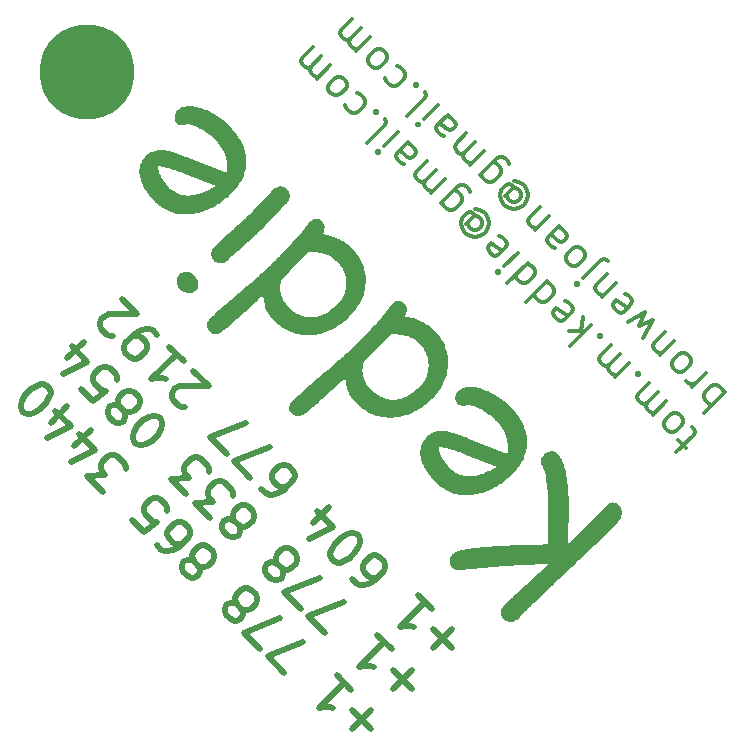
<source format=gtl>
G04 #@! TF.GenerationSoftware,KiCad,Pcbnew,7.0.9-unknown-1000.20231106gitacd7d5a.fc37*
G04 #@! TF.CreationDate,2023-11-08T17:04:09-08:00*
G04 #@! TF.ProjectId,baggage-label-small,62616767-6167-4652-9d6c-6162656c2d73,rev?*
G04 #@! TF.SameCoordinates,Original*
G04 #@! TF.FileFunction,Copper,L1,Top*
G04 #@! TF.FilePolarity,Positive*
%FSLAX46Y46*%
G04 Gerber Fmt 4.6, Leading zero omitted, Abs format (unit mm)*
G04 Created by KiCad (PCBNEW 7.0.9-unknown-1000.20231106gitacd7d5a.fc37) date 2023-11-08 17:04:09*
%MOMM*%
%LPD*%
G01*
G04 APERTURE LIST*
%ADD10C,0.150000*%
G04 #@! TA.AperFunction,NonConductor*
%ADD11C,0.150000*%
G04 #@! TD*
%ADD12C,0.500000*%
G04 #@! TA.AperFunction,NonConductor*
%ADD13C,0.500000*%
G04 #@! TD*
%ADD14C,0.300000*%
G04 #@! TA.AperFunction,NonConductor*
%ADD15C,0.300000*%
G04 #@! TD*
G04 #@! TA.AperFunction,ViaPad*
%ADD16C,8.010000*%
G04 #@! TD*
G04 APERTURE END LIST*
D10*
D11*
G36*
X99833931Y-92260595D02*
G01*
X99941570Y-92380572D01*
X100042732Y-92518747D01*
X100137418Y-92675121D01*
X100225627Y-92849695D01*
X100307360Y-93042467D01*
X100382617Y-93253437D01*
X100417817Y-93365747D01*
X100451397Y-93482607D01*
X100483358Y-93604017D01*
X100513701Y-93729976D01*
X100542424Y-93860485D01*
X100569528Y-93995543D01*
X100595013Y-94135152D01*
X100618879Y-94279310D01*
X100641125Y-94428017D01*
X100661753Y-94581275D01*
X100680761Y-94739082D01*
X100698150Y-94901439D01*
X100713921Y-95068346D01*
X100728072Y-95239802D01*
X100740604Y-95415808D01*
X100751517Y-95596364D01*
X100760810Y-95781469D01*
X100768485Y-95971125D01*
X100774540Y-96165330D01*
X100778977Y-96364084D01*
X100739600Y-99889355D01*
X100822499Y-99806456D01*
X103920840Y-96720549D01*
X104029748Y-96620567D01*
X104137308Y-96539783D01*
X104243520Y-96478198D01*
X104383039Y-96425949D01*
X104520162Y-96407831D01*
X104654889Y-96423844D01*
X104787219Y-96473988D01*
X104917154Y-96558263D01*
X105013032Y-96643868D01*
X105106181Y-96751387D01*
X105178384Y-96866699D01*
X105229639Y-96989802D01*
X105259947Y-97120697D01*
X105269307Y-97259385D01*
X105257721Y-97405864D01*
X105247221Y-97466638D01*
X105217601Y-97590591D01*
X105177963Y-97708574D01*
X105128307Y-97820587D01*
X105068632Y-97926629D01*
X104998939Y-98026701D01*
X104919228Y-98120802D01*
X104884538Y-98156770D01*
X104796857Y-98244294D01*
X104706347Y-98334331D01*
X104613006Y-98426881D01*
X104516837Y-98521946D01*
X104417838Y-98619524D01*
X104316010Y-98719616D01*
X104211352Y-98822221D01*
X104103865Y-98927340D01*
X103993549Y-99034973D01*
X103880403Y-99145119D01*
X103764427Y-99257780D01*
X103645623Y-99372953D01*
X103523989Y-99490641D01*
X103399525Y-99610842D01*
X103272232Y-99733557D01*
X103142110Y-99858786D01*
X103009158Y-99986528D01*
X102873377Y-100116784D01*
X102734766Y-100249553D01*
X102593326Y-100384837D01*
X102449057Y-100522634D01*
X102301958Y-100662944D01*
X102152030Y-100805768D01*
X101999273Y-100951106D01*
X101843686Y-101098958D01*
X101685269Y-101249323D01*
X101524023Y-101402202D01*
X101359948Y-101557595D01*
X101193044Y-101715502D01*
X101023310Y-101875922D01*
X100850746Y-102038855D01*
X100675353Y-102204303D01*
X100499710Y-102369746D01*
X100326911Y-102532668D01*
X100156959Y-102693067D01*
X99989852Y-102850946D01*
X99825590Y-103006302D01*
X99664175Y-103159136D01*
X99505604Y-103309449D01*
X99349880Y-103457240D01*
X99197001Y-103602509D01*
X99046967Y-103745256D01*
X98899779Y-103885482D01*
X98755437Y-104023186D01*
X98613941Y-104158368D01*
X98475290Y-104291028D01*
X98339484Y-104421167D01*
X98206524Y-104548784D01*
X98076410Y-104673879D01*
X97949141Y-104796452D01*
X97824718Y-104916503D01*
X97703141Y-105034033D01*
X97584409Y-105149041D01*
X97468523Y-105261527D01*
X97355482Y-105371491D01*
X97245287Y-105478934D01*
X97137938Y-105583855D01*
X97033434Y-105686254D01*
X96931776Y-105786131D01*
X96832963Y-105883486D01*
X96736996Y-105978320D01*
X96643874Y-106070632D01*
X96553598Y-106160422D01*
X96466168Y-106247690D01*
X96368220Y-106333981D01*
X96264005Y-106403223D01*
X96153525Y-106455415D01*
X96036778Y-106490558D01*
X95913766Y-106508651D01*
X95871370Y-106510894D01*
X95745856Y-106506522D01*
X95627336Y-106484081D01*
X95515812Y-106443571D01*
X95411281Y-106384991D01*
X95313746Y-106308342D01*
X95282788Y-106278777D01*
X95198003Y-106181460D01*
X95131725Y-106077586D01*
X95083953Y-105967154D01*
X95054687Y-105850165D01*
X95043928Y-105726618D01*
X95044454Y-105683979D01*
X95056865Y-105558878D01*
X95086325Y-105440043D01*
X95132834Y-105327473D01*
X95196392Y-105221170D01*
X95277000Y-105121133D01*
X95307658Y-105089180D01*
X95421119Y-104976921D01*
X95547004Y-104854643D01*
X95637828Y-104767559D01*
X95734174Y-104676022D01*
X95836040Y-104580033D01*
X95943428Y-104479591D01*
X96056337Y-104374696D01*
X96174768Y-104265349D01*
X96298719Y-104151550D01*
X96428192Y-104033297D01*
X96563186Y-103910593D01*
X96703701Y-103783435D01*
X96849737Y-103651825D01*
X97001294Y-103515763D01*
X97158373Y-103375248D01*
X97310845Y-103239793D01*
X97458428Y-103108029D01*
X97601120Y-102979957D01*
X97738923Y-102855576D01*
X97871837Y-102734887D01*
X97999860Y-102617890D01*
X98122994Y-102504584D01*
X98241238Y-102394970D01*
X98354592Y-102289047D01*
X98463057Y-102186816D01*
X98566632Y-102088277D01*
X98665317Y-101993429D01*
X98759113Y-101902273D01*
X98848018Y-101814808D01*
X98932034Y-101731035D01*
X99011160Y-101650953D01*
X98815061Y-101650136D01*
X98614315Y-101650792D01*
X98408922Y-101652921D01*
X98198882Y-101656523D01*
X97984195Y-101661599D01*
X97764862Y-101668148D01*
X97540881Y-101676171D01*
X97312254Y-101685667D01*
X97078980Y-101696637D01*
X96960600Y-101702674D01*
X96841058Y-101709080D01*
X96720355Y-101715854D01*
X96598491Y-101722996D01*
X96475464Y-101730507D01*
X96351276Y-101738386D01*
X96225926Y-101746633D01*
X96099414Y-101755249D01*
X95971741Y-101764233D01*
X95842905Y-101773585D01*
X95712909Y-101783306D01*
X95581750Y-101793395D01*
X95449430Y-101803853D01*
X95315948Y-101814679D01*
X91631097Y-102154563D01*
X91499747Y-102159340D01*
X91377706Y-102150354D01*
X91243546Y-102121404D01*
X91122792Y-102072636D01*
X91015444Y-102004050D01*
X90951327Y-101947317D01*
X90872444Y-101855755D01*
X90809881Y-101755160D01*
X90763639Y-101645529D01*
X90733718Y-101526864D01*
X90720118Y-101399165D01*
X90719211Y-101354590D01*
X90727614Y-101222228D01*
X90754378Y-101097151D01*
X90799503Y-100979360D01*
X90862988Y-100868855D01*
X90944835Y-100765637D01*
X90976197Y-100732850D01*
X91075670Y-100659825D01*
X91224869Y-100589971D01*
X91351962Y-100545162D01*
X91501155Y-100501761D01*
X91672450Y-100459769D01*
X91865845Y-100419186D01*
X92081341Y-100380012D01*
X92197377Y-100360953D01*
X92318939Y-100342246D01*
X92446025Y-100323891D01*
X92578637Y-100305888D01*
X92716774Y-100288238D01*
X92860436Y-100270940D01*
X93009623Y-100253994D01*
X93164336Y-100237400D01*
X93324574Y-100221158D01*
X93490337Y-100205268D01*
X93661625Y-100189731D01*
X93838439Y-100174546D01*
X94020778Y-100159713D01*
X94208642Y-100145232D01*
X94402031Y-100131103D01*
X94600946Y-100117326D01*
X94739174Y-100109020D01*
X94877442Y-100100941D01*
X95015751Y-100093088D01*
X95154101Y-100085462D01*
X95292491Y-100078063D01*
X95430921Y-100070890D01*
X95569392Y-100063944D01*
X95707904Y-100057225D01*
X95846455Y-100050732D01*
X95985048Y-100044466D01*
X96123681Y-100038427D01*
X96262354Y-100032614D01*
X96401068Y-100027028D01*
X96539822Y-100021669D01*
X96678617Y-100016536D01*
X96817452Y-100011630D01*
X96956327Y-100006951D01*
X97095244Y-100002498D01*
X97234200Y-99998273D01*
X97373197Y-99994273D01*
X97512235Y-99990501D01*
X97651313Y-99986955D01*
X97790432Y-99983636D01*
X97929591Y-99980543D01*
X98068790Y-99977677D01*
X98208030Y-99975038D01*
X98347311Y-99972626D01*
X98486631Y-99970440D01*
X98625993Y-99968481D01*
X98765395Y-99966748D01*
X98904837Y-99965243D01*
X99044320Y-99963963D01*
X99049461Y-99777514D01*
X99053484Y-99579812D01*
X99056391Y-99370857D01*
X99058180Y-99150649D01*
X99058852Y-98919188D01*
X99058769Y-98799238D01*
X99058406Y-98676474D01*
X99057765Y-98550898D01*
X99056844Y-98422508D01*
X99055644Y-98291305D01*
X99054164Y-98157288D01*
X99052405Y-98020459D01*
X99050367Y-97880816D01*
X99048050Y-97738360D01*
X99045453Y-97593091D01*
X99042577Y-97445009D01*
X99039422Y-97294113D01*
X99035988Y-97140404D01*
X99032274Y-96983882D01*
X99028281Y-96824547D01*
X99024008Y-96662398D01*
X99019456Y-96497437D01*
X99014625Y-96329662D01*
X99009515Y-96159074D01*
X99004125Y-95985672D01*
X98998456Y-95809458D01*
X98992508Y-95630430D01*
X98901320Y-94498862D01*
X98880822Y-94351879D01*
X98854560Y-94207291D01*
X98822533Y-94065101D01*
X98784743Y-93925306D01*
X98741189Y-93787908D01*
X98691871Y-93652906D01*
X98636788Y-93520300D01*
X98575942Y-93390091D01*
X98524915Y-93276672D01*
X98477054Y-93130433D01*
X98452250Y-92989894D01*
X98450501Y-92855054D01*
X98471808Y-92725913D01*
X98516172Y-92602472D01*
X98583592Y-92484729D01*
X98674068Y-92372687D01*
X98700290Y-92345566D01*
X98793298Y-92264260D01*
X98896422Y-92196243D01*
X99009661Y-92141515D01*
X99133015Y-92100076D01*
X99208045Y-92082363D01*
X99344342Y-92066528D01*
X99471896Y-92073425D01*
X99590707Y-92103055D01*
X99700775Y-92155417D01*
X99802099Y-92230512D01*
X99833931Y-92260595D01*
G37*
G36*
X92585858Y-86632351D02*
G01*
X92740613Y-86648624D01*
X92902039Y-86674513D01*
X93070136Y-86710020D01*
X93244903Y-86755145D01*
X93426342Y-86809888D01*
X93614450Y-86874247D01*
X93776354Y-86935264D01*
X93934615Y-86999146D01*
X94089232Y-87065894D01*
X94240207Y-87135508D01*
X94387538Y-87207988D01*
X94531227Y-87283333D01*
X94671272Y-87361545D01*
X94807675Y-87442622D01*
X94940434Y-87526565D01*
X95069551Y-87613374D01*
X95195024Y-87703049D01*
X95316854Y-87795590D01*
X95435042Y-87890996D01*
X95549586Y-87989268D01*
X95660488Y-88090406D01*
X95767746Y-88194410D01*
X95927974Y-88359787D01*
X96079135Y-88526394D01*
X96221228Y-88694232D01*
X96354255Y-88863300D01*
X96478214Y-89033599D01*
X96593107Y-89205128D01*
X96698932Y-89377887D01*
X96795691Y-89551878D01*
X96883382Y-89727099D01*
X96962006Y-89903550D01*
X97031564Y-90081232D01*
X97092054Y-90260144D01*
X97143477Y-90440287D01*
X97185833Y-90621660D01*
X97219122Y-90804264D01*
X97243344Y-90988099D01*
X97257787Y-91189485D01*
X97260701Y-91388474D01*
X97252087Y-91585067D01*
X97231946Y-91779264D01*
X97200276Y-91971065D01*
X97157078Y-92160469D01*
X97102352Y-92347477D01*
X97036097Y-92532089D01*
X96958315Y-92714304D01*
X96869004Y-92894123D01*
X96768166Y-93071546D01*
X96655799Y-93246572D01*
X96531904Y-93419203D01*
X96396481Y-93589437D01*
X96249530Y-93757274D01*
X96091051Y-93922715D01*
X95995999Y-94016335D01*
X95900473Y-94107562D01*
X95804474Y-94196397D01*
X95708001Y-94282839D01*
X95611054Y-94366890D01*
X95513634Y-94448548D01*
X95415740Y-94527814D01*
X95317373Y-94604687D01*
X95218532Y-94679169D01*
X95119217Y-94751258D01*
X95019429Y-94820955D01*
X94919167Y-94888259D01*
X94818432Y-94953172D01*
X94717223Y-95015692D01*
X94615540Y-95075820D01*
X94513384Y-95133556D01*
X94307651Y-95241850D01*
X94100024Y-95340576D01*
X93890502Y-95429733D01*
X93679086Y-95509320D01*
X93465775Y-95579339D01*
X93250570Y-95639789D01*
X93033471Y-95690669D01*
X92814477Y-95731981D01*
X92695104Y-95750569D01*
X92576872Y-95765918D01*
X92459781Y-95778029D01*
X92229025Y-95792536D01*
X92002834Y-95794090D01*
X91781210Y-95782692D01*
X91564151Y-95758340D01*
X91351658Y-95721036D01*
X91143731Y-95670779D01*
X90940370Y-95607568D01*
X90741575Y-95531405D01*
X90547346Y-95442289D01*
X90357682Y-95340220D01*
X90172585Y-95225198D01*
X89992053Y-95097223D01*
X89816088Y-94956295D01*
X89644688Y-94802414D01*
X89560701Y-94720616D01*
X89442400Y-94599741D01*
X89329458Y-94479076D01*
X89221876Y-94358622D01*
X89119653Y-94238378D01*
X89022790Y-94118345D01*
X88931285Y-93998523D01*
X88845140Y-93878910D01*
X88764354Y-93759509D01*
X88688928Y-93640317D01*
X88618860Y-93521336D01*
X88554152Y-93402566D01*
X88494804Y-93284006D01*
X88440814Y-93165657D01*
X88392184Y-93047518D01*
X88348913Y-92929590D01*
X88311002Y-92811872D01*
X88272637Y-92668038D01*
X88243549Y-92526681D01*
X88223739Y-92387801D01*
X88213207Y-92251399D01*
X88211952Y-92117473D01*
X88219975Y-91986025D01*
X88237275Y-91857055D01*
X88263853Y-91730561D01*
X88275986Y-91688594D01*
X89782455Y-91688594D01*
X89794266Y-91805308D01*
X89812603Y-91921779D01*
X89837464Y-92038007D01*
X89868851Y-92153992D01*
X89906762Y-92269735D01*
X89951199Y-92385235D01*
X90002161Y-92500492D01*
X90059648Y-92615505D01*
X90123659Y-92730277D01*
X90194196Y-92844805D01*
X90271258Y-92959090D01*
X90354845Y-93073133D01*
X90444957Y-93186932D01*
X90541594Y-93300489D01*
X90644756Y-93413803D01*
X90754443Y-93526874D01*
X90844369Y-93612800D01*
X90936432Y-93692866D01*
X91030632Y-93767070D01*
X91126969Y-93835413D01*
X91275483Y-93926937D01*
X91428805Y-94005274D01*
X91586936Y-94070423D01*
X91749876Y-94122385D01*
X91917624Y-94161159D01*
X92090182Y-94186745D01*
X92207891Y-94196476D01*
X92327738Y-94200345D01*
X92449723Y-94198354D01*
X92573601Y-94190728D01*
X92699650Y-94177176D01*
X92827867Y-94157698D01*
X92958255Y-94132294D01*
X93090812Y-94100964D01*
X93225539Y-94063708D01*
X93362435Y-94020526D01*
X93501501Y-93971419D01*
X93642736Y-93916385D01*
X93786142Y-93855425D01*
X93931716Y-93788539D01*
X94079461Y-93715728D01*
X94229375Y-93636990D01*
X94381458Y-93552326D01*
X94535712Y-93461737D01*
X94692134Y-93365221D01*
X92113983Y-92366291D01*
X91925639Y-92295641D01*
X91742978Y-92228763D01*
X91566001Y-92165658D01*
X91394706Y-92106326D01*
X91229095Y-92050766D01*
X91069167Y-91998978D01*
X90914922Y-91950963D01*
X90766360Y-91906721D01*
X90623481Y-91866251D01*
X90486285Y-91829554D01*
X90354772Y-91796629D01*
X90228942Y-91767477D01*
X90108796Y-91742097D01*
X89939232Y-91711101D01*
X89782455Y-91688594D01*
X88275986Y-91688594D01*
X88299708Y-91606545D01*
X88344841Y-91485006D01*
X88399252Y-91365944D01*
X88462939Y-91249360D01*
X88535905Y-91135252D01*
X88618148Y-91023622D01*
X88709669Y-90914470D01*
X88810467Y-90807794D01*
X88926059Y-90703786D01*
X89051343Y-90613257D01*
X89186316Y-90536208D01*
X89330980Y-90472637D01*
X89485335Y-90422546D01*
X89649380Y-90385933D01*
X89823115Y-90362800D01*
X89944322Y-90354867D01*
X90069836Y-90352924D01*
X90199657Y-90356971D01*
X90333784Y-90367010D01*
X90472219Y-90383039D01*
X90543051Y-90393300D01*
X90677891Y-90423999D01*
X90796872Y-90456033D01*
X90931153Y-90495790D01*
X91080735Y-90543271D01*
X91245618Y-90598475D01*
X91364040Y-90639568D01*
X91489263Y-90684094D01*
X91621286Y-90732052D01*
X91760109Y-90783443D01*
X91905732Y-90838266D01*
X92058156Y-90896522D01*
X92217380Y-90958210D01*
X92383404Y-91023331D01*
X95587441Y-92270957D01*
X95609700Y-92123136D01*
X95625183Y-91976553D01*
X95633890Y-91831209D01*
X95635820Y-91687104D01*
X95630975Y-91544237D01*
X95619354Y-91402609D01*
X95600957Y-91262219D01*
X95575784Y-91123069D01*
X95543834Y-90985156D01*
X95505109Y-90848483D01*
X95475528Y-90758055D01*
X95424659Y-90623482D01*
X95366869Y-90490221D01*
X95302157Y-90358271D01*
X95230523Y-90227632D01*
X95151968Y-90098305D01*
X95066490Y-89970290D01*
X94974092Y-89843586D01*
X94874771Y-89718193D01*
X94768528Y-89594112D01*
X94655364Y-89471343D01*
X94576076Y-89390225D01*
X94471093Y-89289775D01*
X94357172Y-89189455D01*
X94265866Y-89114299D01*
X94169532Y-89039217D01*
X94068171Y-88964207D01*
X93961783Y-88889270D01*
X93850368Y-88814407D01*
X93733925Y-88739616D01*
X93612455Y-88664897D01*
X93485957Y-88590252D01*
X93378367Y-88529665D01*
X93273724Y-88473805D01*
X93122284Y-88398881D01*
X92977474Y-88334593D01*
X92839294Y-88280944D01*
X92707745Y-88237932D01*
X92582826Y-88205558D01*
X92464538Y-88183821D01*
X92317133Y-88171387D01*
X92181516Y-88177863D01*
X92118128Y-88188193D01*
X91997503Y-88208432D01*
X91858654Y-88219250D01*
X91733061Y-88213977D01*
X91599848Y-88186412D01*
X91485725Y-88135677D01*
X91390691Y-88061772D01*
X91311652Y-87967262D01*
X91252248Y-87861447D01*
X91212481Y-87744326D01*
X91192349Y-87615900D01*
X91189661Y-87537438D01*
X91197239Y-87419987D01*
X91225233Y-87292538D01*
X91273855Y-87175403D01*
X91343105Y-87068582D01*
X91405198Y-86998596D01*
X91493246Y-86918692D01*
X91587964Y-86848406D01*
X91689353Y-86787738D01*
X91797413Y-86736687D01*
X91912144Y-86695254D01*
X92033545Y-86663438D01*
X92161617Y-86641240D01*
X92296360Y-86628660D01*
X92437774Y-86625697D01*
X92585858Y-86632351D01*
G37*
G36*
X86505494Y-79382115D02*
G01*
X86628424Y-79416102D01*
X86742031Y-79469726D01*
X86846316Y-79542985D01*
X86901722Y-79593663D01*
X86980671Y-79689061D01*
X87037210Y-79794951D01*
X87071341Y-79911334D01*
X87083064Y-80038208D01*
X87072377Y-80175573D01*
X87039283Y-80323431D01*
X86999756Y-80441210D01*
X86947624Y-80564890D01*
X86905867Y-80650622D01*
X87041369Y-80672693D01*
X87175086Y-80697714D01*
X87307018Y-80725686D01*
X87437164Y-80756610D01*
X87565526Y-80790484D01*
X87692102Y-80827308D01*
X87816894Y-80867084D01*
X87939900Y-80909810D01*
X88061121Y-80955488D01*
X88180557Y-81004116D01*
X88259190Y-81038174D01*
X88375730Y-81091751D01*
X88489865Y-81149116D01*
X88601597Y-81210270D01*
X88710923Y-81275213D01*
X88817846Y-81343944D01*
X88922364Y-81416464D01*
X89024477Y-81492773D01*
X89124187Y-81572871D01*
X89221492Y-81656757D01*
X89316392Y-81744433D01*
X89378323Y-81804988D01*
X89524327Y-81957290D01*
X89660794Y-82112652D01*
X89787725Y-82271075D01*
X89905119Y-82432557D01*
X90012977Y-82597100D01*
X90111297Y-82764703D01*
X90200082Y-82935366D01*
X90279329Y-83109089D01*
X90349040Y-83285872D01*
X90409215Y-83465716D01*
X90459853Y-83648619D01*
X90500954Y-83834583D01*
X90532519Y-84023606D01*
X90554547Y-84215690D01*
X90567038Y-84410834D01*
X90569993Y-84609039D01*
X90563946Y-84812845D01*
X90547876Y-85013915D01*
X90521784Y-85212249D01*
X90485670Y-85407846D01*
X90439533Y-85600707D01*
X90383374Y-85790832D01*
X90317192Y-85978220D01*
X90240989Y-86162872D01*
X90154763Y-86344788D01*
X90058514Y-86523968D01*
X89952243Y-86700411D01*
X89835950Y-86874118D01*
X89709635Y-87045089D01*
X89573297Y-87213323D01*
X89426937Y-87378821D01*
X89270555Y-87541583D01*
X89172691Y-87637835D01*
X89074431Y-87731262D01*
X88975774Y-87821864D01*
X88876721Y-87909640D01*
X88777271Y-87994591D01*
X88677424Y-88076717D01*
X88577180Y-88156017D01*
X88476540Y-88232492D01*
X88375503Y-88306142D01*
X88274070Y-88376966D01*
X88172239Y-88444965D01*
X88070012Y-88510138D01*
X87967389Y-88572486D01*
X87864368Y-88632009D01*
X87760951Y-88688706D01*
X87552927Y-88793625D01*
X87343316Y-88887243D01*
X87132119Y-88969558D01*
X86919334Y-89040573D01*
X86704963Y-89100286D01*
X86489006Y-89148697D01*
X86271461Y-89185808D01*
X86052330Y-89211616D01*
X85942169Y-89220283D01*
X85723208Y-89229196D01*
X85507760Y-89226921D01*
X85295826Y-89213458D01*
X85087405Y-89188807D01*
X84882498Y-89152968D01*
X84681104Y-89105941D01*
X84483224Y-89047725D01*
X84288857Y-88978322D01*
X84098003Y-88897730D01*
X83910664Y-88805951D01*
X83726837Y-88702983D01*
X83546524Y-88588827D01*
X83369725Y-88463483D01*
X83196439Y-88326951D01*
X83026666Y-88179231D01*
X82860407Y-88020323D01*
X82777727Y-87936007D01*
X82661327Y-87811022D01*
X82554071Y-87687821D01*
X82455958Y-87566406D01*
X82366990Y-87446775D01*
X82287165Y-87328930D01*
X82216485Y-87212869D01*
X82154948Y-87098594D01*
X82102556Y-86986104D01*
X82059307Y-86875399D01*
X82025202Y-86766479D01*
X81880129Y-85817288D01*
X81724277Y-85962976D01*
X81571477Y-86105491D01*
X81421729Y-86244832D01*
X81275033Y-86381000D01*
X81131389Y-86513994D01*
X80990797Y-86643815D01*
X80853257Y-86770462D01*
X80718769Y-86893936D01*
X80587334Y-87014236D01*
X80458950Y-87131363D01*
X80333618Y-87245317D01*
X80211338Y-87356097D01*
X80092111Y-87463703D01*
X79975935Y-87568136D01*
X79862811Y-87669396D01*
X79752740Y-87767482D01*
X79645720Y-87862394D01*
X79541753Y-87954133D01*
X79440837Y-88042699D01*
X79342974Y-88128091D01*
X79248162Y-88210310D01*
X79156403Y-88289355D01*
X78982040Y-88437926D01*
X78819886Y-88573802D01*
X78669939Y-88696984D01*
X78532201Y-88807473D01*
X78406671Y-88905267D01*
X78297478Y-88979779D01*
X78190616Y-89038553D01*
X78051761Y-89092437D01*
X77917050Y-89118343D01*
X77786484Y-89116271D01*
X77660064Y-89086220D01*
X77537788Y-89028191D01*
X77419657Y-88942183D01*
X77362146Y-88888688D01*
X77272285Y-88788918D01*
X77201660Y-88688565D01*
X77137413Y-88553854D01*
X77107362Y-88418108D01*
X77111507Y-88281325D01*
X77149848Y-88143505D01*
X77222384Y-88004650D01*
X77299227Y-87899828D01*
X77395306Y-87794424D01*
X77504604Y-87686939D01*
X77630952Y-87566031D01*
X77774349Y-87431701D01*
X77934796Y-87283949D01*
X78112291Y-87122774D01*
X78207433Y-87037153D01*
X78306836Y-86948176D01*
X78410502Y-86855844D01*
X78518430Y-86760156D01*
X78630621Y-86661113D01*
X78747074Y-86558714D01*
X78867789Y-86452959D01*
X78992767Y-86343849D01*
X79122007Y-86231383D01*
X79255509Y-86115562D01*
X79393274Y-85996385D01*
X79535300Y-85873852D01*
X79681590Y-85747964D01*
X79832141Y-85618720D01*
X79986955Y-85486120D01*
X80146031Y-85350165D01*
X80309370Y-85210854D01*
X80366811Y-85161959D01*
X83323127Y-85161959D01*
X83323709Y-85317847D01*
X83336015Y-85471340D01*
X83360042Y-85622436D01*
X83376452Y-85697085D01*
X83417481Y-85844004D01*
X83470102Y-85988396D01*
X83534316Y-86130263D01*
X83590085Y-86235006D01*
X83652374Y-86338328D01*
X83721184Y-86440229D01*
X83796516Y-86540709D01*
X83878368Y-86639769D01*
X83966742Y-86737408D01*
X84029280Y-86801711D01*
X84152066Y-86920157D01*
X84275353Y-87030427D01*
X84399143Y-87132521D01*
X84523434Y-87226438D01*
X84648228Y-87312178D01*
X84773523Y-87389742D01*
X84899320Y-87459129D01*
X85025620Y-87520340D01*
X85152421Y-87573374D01*
X85279724Y-87618232D01*
X85407529Y-87654913D01*
X85535836Y-87683417D01*
X85664645Y-87703745D01*
X85793955Y-87715897D01*
X85923768Y-87719872D01*
X86054083Y-87715670D01*
X86184672Y-87703535D01*
X86315829Y-87683190D01*
X86447552Y-87654637D01*
X86579842Y-87617875D01*
X86712699Y-87572904D01*
X86846122Y-87519724D01*
X86980112Y-87458336D01*
X87114669Y-87388738D01*
X87249792Y-87310931D01*
X87385482Y-87224916D01*
X87521739Y-87130691D01*
X87658562Y-87028258D01*
X87795952Y-86917615D01*
X87933909Y-86798764D01*
X88072433Y-86671704D01*
X88211523Y-86536435D01*
X88298551Y-86445246D01*
X88379846Y-86351467D01*
X88455411Y-86255097D01*
X88525243Y-86156137D01*
X88589344Y-86054586D01*
X88647713Y-85950444D01*
X88700351Y-85843712D01*
X88747256Y-85734389D01*
X88788430Y-85622476D01*
X88823873Y-85507972D01*
X88853584Y-85390878D01*
X88877563Y-85271192D01*
X88895810Y-85148917D01*
X88908326Y-85024050D01*
X88915110Y-84896594D01*
X88916163Y-84766546D01*
X88911362Y-84636264D01*
X88901105Y-84508621D01*
X88885391Y-84383617D01*
X88864221Y-84261252D01*
X88837595Y-84141527D01*
X88805512Y-84024440D01*
X88767973Y-83909993D01*
X88724977Y-83798185D01*
X88676525Y-83689016D01*
X88622617Y-83582486D01*
X88563252Y-83478596D01*
X88498431Y-83377344D01*
X88428153Y-83278732D01*
X88352419Y-83182759D01*
X88271228Y-83089425D01*
X88184581Y-82998730D01*
X88092322Y-82909494D01*
X87999735Y-82825978D01*
X87906819Y-82748182D01*
X87813577Y-82676105D01*
X87688743Y-82588899D01*
X87563326Y-82511862D01*
X87437326Y-82444992D01*
X87310744Y-82388291D01*
X87183578Y-82341757D01*
X87053596Y-82306298D01*
X86917671Y-82277195D01*
X86790862Y-82254203D01*
X86647991Y-82231471D01*
X86530297Y-82214592D01*
X86403569Y-82197858D01*
X86267806Y-82181270D01*
X86123008Y-82164828D01*
X86072735Y-82159380D01*
X85950135Y-82153162D01*
X85832632Y-82155656D01*
X85732850Y-82163525D01*
X84785731Y-83143803D01*
X84132904Y-83784196D01*
X83465568Y-84430806D01*
X83425343Y-84556035D01*
X83391712Y-84679915D01*
X83364675Y-84802448D01*
X83344232Y-84923633D01*
X83330382Y-85043470D01*
X83323127Y-85161959D01*
X80366811Y-85161959D01*
X80476971Y-85068188D01*
X80648834Y-84922166D01*
X80824959Y-84772788D01*
X81005347Y-84620055D01*
X81189997Y-84463966D01*
X81305011Y-84366017D01*
X81419491Y-84267502D01*
X81533436Y-84168420D01*
X81646847Y-84068772D01*
X81759724Y-83968556D01*
X81872066Y-83867775D01*
X81983874Y-83766426D01*
X82095148Y-83664511D01*
X82205888Y-83562029D01*
X82316093Y-83458980D01*
X82425764Y-83355365D01*
X82534900Y-83251183D01*
X82643502Y-83146434D01*
X82751570Y-83041118D01*
X82859104Y-82935236D01*
X82966103Y-82828787D01*
X83085726Y-82708813D01*
X83203150Y-82590332D01*
X83318377Y-82473345D01*
X83431405Y-82357851D01*
X83542236Y-82243851D01*
X83650868Y-82131345D01*
X83757303Y-82020332D01*
X83861540Y-81910813D01*
X83963578Y-81802788D01*
X84063419Y-81696256D01*
X84161062Y-81591218D01*
X84256507Y-81487673D01*
X84349754Y-81385622D01*
X84440803Y-81285065D01*
X84529654Y-81186001D01*
X84616307Y-81088431D01*
X84700762Y-80992355D01*
X84783019Y-80897772D01*
X84863079Y-80804683D01*
X84940940Y-80713088D01*
X85016603Y-80622986D01*
X85161336Y-80447263D01*
X85297277Y-80277515D01*
X85424426Y-80113741D01*
X85542784Y-79955942D01*
X85652349Y-79804118D01*
X85703835Y-79730446D01*
X85780936Y-79636041D01*
X85826111Y-79587445D01*
X85916069Y-79508999D01*
X86028387Y-79439211D01*
X86148639Y-79392828D01*
X86276824Y-79369848D01*
X86373243Y-79367764D01*
X86505494Y-79382115D01*
G37*
G36*
X79533708Y-72410328D02*
G01*
X79656637Y-72444316D01*
X79770244Y-72497939D01*
X79874530Y-72571198D01*
X79929936Y-72621876D01*
X80008884Y-72717275D01*
X80065423Y-72823165D01*
X80099554Y-72939547D01*
X80111277Y-73066421D01*
X80100591Y-73203787D01*
X80067496Y-73351644D01*
X80027969Y-73469423D01*
X79975838Y-73593103D01*
X79934081Y-73678836D01*
X80069583Y-73700906D01*
X80203299Y-73725928D01*
X80335231Y-73753900D01*
X80465378Y-73784823D01*
X80593739Y-73818697D01*
X80720316Y-73855522D01*
X80845107Y-73895297D01*
X80968113Y-73938024D01*
X81089335Y-73983701D01*
X81208771Y-74032329D01*
X81287403Y-74066387D01*
X81403943Y-74119964D01*
X81518079Y-74177329D01*
X81629810Y-74238483D01*
X81739137Y-74303426D01*
X81846059Y-74372157D01*
X81950577Y-74444678D01*
X82052691Y-74520987D01*
X82152400Y-74601084D01*
X82249705Y-74684971D01*
X82344605Y-74772646D01*
X82406537Y-74833201D01*
X82552540Y-74985503D01*
X82689008Y-75140865D01*
X82815938Y-75299288D01*
X82933332Y-75460771D01*
X83041190Y-75625313D01*
X83139511Y-75792916D01*
X83228295Y-75963579D01*
X83307543Y-76137302D01*
X83377254Y-76314085D01*
X83437428Y-76493929D01*
X83488066Y-76676832D01*
X83529167Y-76862796D01*
X83560732Y-77051820D01*
X83582760Y-77243904D01*
X83595252Y-77439048D01*
X83598206Y-77637252D01*
X83592159Y-77841058D01*
X83576089Y-78042128D01*
X83549997Y-78240462D01*
X83513883Y-78436059D01*
X83467746Y-78628920D01*
X83411587Y-78819045D01*
X83345406Y-79006434D01*
X83269202Y-79191086D01*
X83182976Y-79373002D01*
X83086727Y-79552181D01*
X82980457Y-79728624D01*
X82864164Y-79902331D01*
X82737848Y-80073302D01*
X82601511Y-80241536D01*
X82455151Y-80407034D01*
X82298768Y-80569796D01*
X82200905Y-80666048D01*
X82102645Y-80759475D01*
X82003988Y-80850077D01*
X81904934Y-80937853D01*
X81805484Y-81022804D01*
X81705637Y-81104930D01*
X81605394Y-81184230D01*
X81504753Y-81260705D01*
X81403716Y-81334355D01*
X81302283Y-81405179D01*
X81200453Y-81473178D01*
X81098226Y-81538351D01*
X80995602Y-81600700D01*
X80892582Y-81660222D01*
X80789165Y-81716920D01*
X80581140Y-81821839D01*
X80371530Y-81915456D01*
X80160332Y-81997772D01*
X79947548Y-82068786D01*
X79733177Y-82128499D01*
X79517219Y-82176911D01*
X79299674Y-82214021D01*
X79080543Y-82239830D01*
X78970383Y-82248496D01*
X78751421Y-82257409D01*
X78535974Y-82255134D01*
X78324039Y-82241671D01*
X78115618Y-82217020D01*
X77910711Y-82181181D01*
X77709317Y-82134154D01*
X77511437Y-82075939D01*
X77317070Y-82006535D01*
X77126217Y-81925944D01*
X76938877Y-81834164D01*
X76755050Y-81731196D01*
X76574738Y-81617041D01*
X76397938Y-81491697D01*
X76224652Y-81355165D01*
X76054880Y-81207444D01*
X75888621Y-81048536D01*
X75805941Y-80964221D01*
X75689540Y-80839235D01*
X75582284Y-80716035D01*
X75484171Y-80594619D01*
X75395203Y-80474989D01*
X75315379Y-80357143D01*
X75244698Y-80241083D01*
X75183161Y-80126808D01*
X75130769Y-80014317D01*
X75087520Y-79903612D01*
X75053416Y-79794692D01*
X74908343Y-78845501D01*
X74752491Y-78991190D01*
X74599691Y-79133704D01*
X74449942Y-79273045D01*
X74303246Y-79409213D01*
X74159602Y-79542207D01*
X74019011Y-79672028D01*
X73881471Y-79798675D01*
X73746983Y-79922149D01*
X73615547Y-80042450D01*
X73487163Y-80159577D01*
X73361831Y-80273530D01*
X73239552Y-80384310D01*
X73120324Y-80491916D01*
X73004148Y-80596349D01*
X72891025Y-80697609D01*
X72780953Y-80795695D01*
X72673933Y-80890608D01*
X72569966Y-80982347D01*
X72469050Y-81070912D01*
X72371187Y-81156305D01*
X72276376Y-81238523D01*
X72184616Y-81317569D01*
X72010254Y-81466139D01*
X71848099Y-81602015D01*
X71698153Y-81725198D01*
X71560414Y-81835686D01*
X71434884Y-81933481D01*
X71325691Y-82007992D01*
X71218829Y-82066766D01*
X71079974Y-82120651D01*
X70945263Y-82146556D01*
X70814698Y-82144484D01*
X70688277Y-82114433D01*
X70566001Y-82056404D01*
X70447871Y-81970397D01*
X70390360Y-81916901D01*
X70300499Y-81817131D01*
X70229873Y-81716778D01*
X70165626Y-81582068D01*
X70135576Y-81446321D01*
X70139720Y-81309538D01*
X70178061Y-81171719D01*
X70250598Y-81032863D01*
X70327441Y-80928042D01*
X70423519Y-80822637D01*
X70532818Y-80715152D01*
X70659165Y-80594245D01*
X70802563Y-80459915D01*
X70963009Y-80312162D01*
X71140505Y-80150987D01*
X71235646Y-80065366D01*
X71335049Y-79976390D01*
X71438715Y-79884057D01*
X71546644Y-79788370D01*
X71658834Y-79689326D01*
X71775287Y-79586927D01*
X71896003Y-79481173D01*
X72020980Y-79372062D01*
X72150220Y-79259597D01*
X72283722Y-79143775D01*
X72421487Y-79024598D01*
X72563514Y-78902065D01*
X72709803Y-78776177D01*
X72860354Y-78646933D01*
X73015168Y-78514333D01*
X73174245Y-78378378D01*
X73337583Y-78239067D01*
X73395024Y-78190172D01*
X76351340Y-78190172D01*
X76351923Y-78346061D01*
X76364228Y-78499553D01*
X76388256Y-78650649D01*
X76404666Y-78725298D01*
X76445694Y-78872217D01*
X76498315Y-79016610D01*
X76562529Y-79158477D01*
X76618298Y-79263219D01*
X76680587Y-79366541D01*
X76749398Y-79468442D01*
X76824729Y-79568923D01*
X76906582Y-79667982D01*
X76994955Y-79765621D01*
X77057493Y-79829924D01*
X77180279Y-79948371D01*
X77303567Y-80058641D01*
X77427356Y-80160734D01*
X77551648Y-80254651D01*
X77676441Y-80340391D01*
X77801737Y-80417955D01*
X77927534Y-80487342D01*
X78053833Y-80548553D01*
X78180634Y-80601587D01*
X78307937Y-80646445D01*
X78435742Y-80683126D01*
X78564049Y-80711631D01*
X78692858Y-80731959D01*
X78822169Y-80744110D01*
X78951981Y-80748085D01*
X79082296Y-80743883D01*
X79212886Y-80731748D01*
X79344042Y-80711404D01*
X79475765Y-80682851D01*
X79608055Y-80646089D01*
X79740912Y-80601118D01*
X79874335Y-80547938D01*
X80008325Y-80486549D01*
X80142882Y-80416951D01*
X80278005Y-80339145D01*
X80413695Y-80253129D01*
X80549952Y-80158905D01*
X80686776Y-80056471D01*
X80824166Y-79945829D01*
X80962123Y-79826978D01*
X81100646Y-79699917D01*
X81239736Y-79564648D01*
X81326764Y-79473460D01*
X81408060Y-79379680D01*
X81483624Y-79283311D01*
X81553456Y-79184350D01*
X81617557Y-79082799D01*
X81675926Y-78978658D01*
X81728564Y-78871925D01*
X81775470Y-78762603D01*
X81816644Y-78650689D01*
X81852086Y-78536185D01*
X81881797Y-78419091D01*
X81905776Y-78299406D01*
X81924024Y-78177130D01*
X81936539Y-78052264D01*
X81943324Y-77924807D01*
X81944376Y-77794760D01*
X81939575Y-77664477D01*
X81929318Y-77536834D01*
X81913605Y-77411830D01*
X81892435Y-77289466D01*
X81865808Y-77169740D01*
X81833726Y-77052654D01*
X81796186Y-76938206D01*
X81753191Y-76826398D01*
X81704739Y-76717229D01*
X81650830Y-76610700D01*
X81591465Y-76506809D01*
X81526644Y-76405557D01*
X81456366Y-76306945D01*
X81380632Y-76210972D01*
X81299441Y-76117638D01*
X81212794Y-76026943D01*
X81120535Y-75937708D01*
X81027948Y-75854192D01*
X80935033Y-75776395D01*
X80841790Y-75704318D01*
X80716956Y-75617112D01*
X80591539Y-75540075D01*
X80465540Y-75473205D01*
X80338957Y-75416504D01*
X80211792Y-75369970D01*
X80081809Y-75334512D01*
X79945884Y-75305408D01*
X79819075Y-75282417D01*
X79676204Y-75259684D01*
X79558510Y-75242805D01*
X79431782Y-75226071D01*
X79296019Y-75209484D01*
X79151222Y-75193041D01*
X79100948Y-75187593D01*
X78978349Y-75181376D01*
X78860845Y-75183869D01*
X78761063Y-75191738D01*
X77813945Y-76172016D01*
X77161117Y-76812409D01*
X76493782Y-77459019D01*
X76453557Y-77584248D01*
X76419926Y-77708129D01*
X76392889Y-77830661D01*
X76372445Y-77951846D01*
X76358596Y-78071683D01*
X76351340Y-78190172D01*
X73395024Y-78190172D01*
X73505184Y-78096401D01*
X73677047Y-77950379D01*
X73853173Y-77801001D01*
X74033560Y-77648268D01*
X74218210Y-77492179D01*
X74333224Y-77394231D01*
X74447704Y-77295715D01*
X74561649Y-77196634D01*
X74675060Y-77096985D01*
X74787937Y-76996770D01*
X74900280Y-76895988D01*
X75012088Y-76794639D01*
X75123361Y-76692724D01*
X75234101Y-76590242D01*
X75344306Y-76487193D01*
X75453977Y-76383578D01*
X75563113Y-76279396D01*
X75671716Y-76174647D01*
X75779784Y-76069332D01*
X75887317Y-75963450D01*
X75994317Y-75857001D01*
X76113939Y-75737026D01*
X76231363Y-75618545D01*
X76346590Y-75501558D01*
X76459618Y-75386064D01*
X76570449Y-75272065D01*
X76679082Y-75159558D01*
X76785516Y-75048545D01*
X76889753Y-74939026D01*
X76991792Y-74831001D01*
X77091632Y-74724469D01*
X77189275Y-74619431D01*
X77284720Y-74515886D01*
X77377967Y-74413836D01*
X77469016Y-74313278D01*
X77557867Y-74214215D01*
X77644520Y-74116645D01*
X77728975Y-74020568D01*
X77811233Y-73925986D01*
X77891292Y-73832897D01*
X77969153Y-73741301D01*
X78044817Y-73651199D01*
X78189549Y-73475477D01*
X78325490Y-73305728D01*
X78452640Y-73141955D01*
X78570997Y-72984156D01*
X78680563Y-72832331D01*
X78732049Y-72758659D01*
X78809149Y-72664255D01*
X78854324Y-72615659D01*
X78944282Y-72537213D01*
X79056600Y-72467425D01*
X79176852Y-72421041D01*
X79305038Y-72398062D01*
X79401456Y-72395977D01*
X79533708Y-72410328D01*
G37*
G36*
X69101284Y-77179236D02*
G01*
X69182644Y-77269097D01*
X69251862Y-77363815D01*
X69318893Y-77483889D01*
X69368438Y-77610957D01*
X69400497Y-77745020D01*
X69412154Y-77838281D01*
X69412640Y-77975842D01*
X69393891Y-78104076D01*
X69355906Y-78222983D01*
X69298687Y-78332565D01*
X69222232Y-78432821D01*
X69192472Y-78464167D01*
X69095398Y-78546961D01*
X68989144Y-78610373D01*
X68873709Y-78654405D01*
X68749094Y-78679056D01*
X68615298Y-78684326D01*
X68568659Y-78681776D01*
X68451971Y-78666587D01*
X68318492Y-78632197D01*
X68192152Y-78580175D01*
X68072952Y-78510520D01*
X67979074Y-78439006D01*
X67907541Y-78372978D01*
X67826333Y-78283168D01*
X67745312Y-78169118D01*
X67682215Y-78048218D01*
X67637042Y-77920470D01*
X67609792Y-77785873D01*
X67602889Y-77716006D01*
X67602403Y-77579854D01*
X67621152Y-77452737D01*
X67659137Y-77334655D01*
X67716356Y-77225608D01*
X67792811Y-77125595D01*
X67822570Y-77094265D01*
X67919644Y-77011326D01*
X68025899Y-76947476D01*
X68141334Y-76902715D01*
X68265949Y-76877044D01*
X68399745Y-76870463D01*
X68446384Y-76872511D01*
X68583701Y-76891503D01*
X68714315Y-76928273D01*
X68838226Y-76982821D01*
X68955434Y-77055147D01*
X69047987Y-77128999D01*
X69101284Y-77179236D01*
G37*
G36*
X73677296Y-72076817D02*
G01*
X73771140Y-71982390D01*
X73875476Y-71876305D01*
X73960613Y-71789092D01*
X74051652Y-71695321D01*
X74148592Y-71594992D01*
X74251435Y-71488106D01*
X74360179Y-71374663D01*
X74474824Y-71254662D01*
X74595372Y-71128103D01*
X74679015Y-71040088D01*
X74721820Y-70994988D01*
X74806533Y-70905256D01*
X74888654Y-70818439D01*
X75006979Y-70693678D01*
X75119476Y-70575475D01*
X75226143Y-70463829D01*
X75326982Y-70358740D01*
X75421991Y-70260208D01*
X75511172Y-70168234D01*
X75594524Y-70082818D01*
X75696593Y-69979130D01*
X75766345Y-69909014D01*
X75866455Y-69819979D01*
X75970937Y-69748721D01*
X76079790Y-69695242D01*
X76193015Y-69659540D01*
X76310611Y-69641617D01*
X76350781Y-69639593D01*
X76469689Y-69645810D01*
X76602522Y-69676638D01*
X76711326Y-69723269D01*
X76815468Y-69788552D01*
X76914946Y-69872487D01*
X76931073Y-69888289D01*
X77015445Y-69984319D01*
X77082039Y-70085886D01*
X77130856Y-70192991D01*
X77165339Y-70324945D01*
X77175636Y-70444047D01*
X77175624Y-70464436D01*
X77164331Y-70584194D01*
X77135114Y-70699434D01*
X77087973Y-70810158D01*
X77022909Y-70916364D01*
X76939921Y-71018052D01*
X76908276Y-71050944D01*
X76813978Y-71145889D01*
X76709319Y-71252492D01*
X76624023Y-71340094D01*
X76532900Y-71434254D01*
X76435947Y-71534971D01*
X76333165Y-71642246D01*
X76224555Y-71756078D01*
X76110116Y-71876467D01*
X75989848Y-72003414D01*
X75906431Y-72091688D01*
X75863751Y-72136918D01*
X75779047Y-72226642D01*
X75696950Y-72313434D01*
X75578691Y-72438129D01*
X75466298Y-72556229D01*
X75359771Y-72667736D01*
X75259108Y-72772648D01*
X75164311Y-72870967D01*
X75075379Y-72962692D01*
X74992312Y-73047823D01*
X74890680Y-73151074D01*
X74821299Y-73220820D01*
X74713836Y-73327263D01*
X74600508Y-73437530D01*
X74481315Y-73551624D01*
X74356256Y-73669542D01*
X74269626Y-73750279D01*
X74180388Y-73832716D01*
X74088544Y-73916854D01*
X73994092Y-74002691D01*
X73897034Y-74090229D01*
X73797370Y-74179466D01*
X73695098Y-74270404D01*
X73590220Y-74363042D01*
X73482735Y-74457380D01*
X73372643Y-74553418D01*
X73262300Y-74649205D01*
X73154580Y-74743308D01*
X73049484Y-74835727D01*
X72947010Y-74926462D01*
X72847159Y-75015513D01*
X72749931Y-75102881D01*
X72655326Y-75188565D01*
X72563344Y-75272564D01*
X72473985Y-75354880D01*
X72387249Y-75435512D01*
X72262063Y-75553303D01*
X72142778Y-75667305D01*
X72029396Y-75777518D01*
X71921914Y-75883943D01*
X71819619Y-75975018D01*
X71713243Y-76047733D01*
X71602787Y-76102086D01*
X71488250Y-76138079D01*
X71369634Y-76155712D01*
X71329188Y-76157509D01*
X71209163Y-76150174D01*
X71076132Y-76119148D01*
X70968105Y-76073294D01*
X70865615Y-76009663D01*
X70768662Y-75928254D01*
X70753042Y-75912957D01*
X70668038Y-75816296D01*
X70601104Y-75714389D01*
X70552239Y-75607236D01*
X70518068Y-75475594D01*
X70508353Y-75357074D01*
X70508490Y-75336811D01*
X70519298Y-75216130D01*
X70548612Y-75099675D01*
X70596433Y-74987446D01*
X70662760Y-74879443D01*
X70747593Y-74775666D01*
X70779984Y-74742012D01*
X70887447Y-74635570D01*
X71000775Y-74525302D01*
X71119968Y-74411209D01*
X71245027Y-74293290D01*
X71331657Y-74212553D01*
X71420895Y-74130116D01*
X71512739Y-74045978D01*
X71607191Y-73960141D01*
X71704249Y-73872603D01*
X71803913Y-73783366D01*
X71906185Y-73692428D01*
X72011063Y-73599790D01*
X72118548Y-73505452D01*
X72228640Y-73409415D01*
X72338732Y-73313377D01*
X72446217Y-73219039D01*
X72551095Y-73126401D01*
X72653367Y-73035463D01*
X72753031Y-72946226D01*
X72850089Y-72858688D01*
X72944540Y-72772851D01*
X73036385Y-72688713D01*
X73125622Y-72606276D01*
X73212253Y-72525539D01*
X73337312Y-72407621D01*
X73456505Y-72293527D01*
X73569833Y-72183260D01*
X73677296Y-72076817D01*
G37*
G36*
X68810490Y-62856984D02*
G01*
X68965246Y-62873256D01*
X69126672Y-62899146D01*
X69294768Y-62934653D01*
X69469536Y-62979778D01*
X69650974Y-63034520D01*
X69839083Y-63098880D01*
X70000986Y-63159896D01*
X70159247Y-63223779D01*
X70313865Y-63290527D01*
X70464839Y-63360141D01*
X70612171Y-63432620D01*
X70755859Y-63507966D01*
X70895905Y-63586177D01*
X71032307Y-63667255D01*
X71165067Y-63751198D01*
X71294183Y-63838007D01*
X71419656Y-63927681D01*
X71541487Y-64020222D01*
X71659674Y-64115628D01*
X71774219Y-64213901D01*
X71885120Y-64315039D01*
X71992378Y-64419043D01*
X72152606Y-64584419D01*
X72303767Y-64751026D01*
X72445861Y-64918864D01*
X72578887Y-65087932D01*
X72702847Y-65258231D01*
X72817739Y-65429760D01*
X72923565Y-65602520D01*
X73020323Y-65776510D01*
X73108015Y-65951731D01*
X73186639Y-66128182D01*
X73256196Y-66305864D01*
X73316686Y-66484777D01*
X73368109Y-66664919D01*
X73410466Y-66846293D01*
X73443755Y-67028897D01*
X73467977Y-67212731D01*
X73482419Y-67414117D01*
X73485334Y-67613107D01*
X73476720Y-67809700D01*
X73456578Y-68003897D01*
X73424908Y-68195697D01*
X73381710Y-68385101D01*
X73326984Y-68572109D01*
X73260730Y-68756721D01*
X73182947Y-68938936D01*
X73093637Y-69118755D01*
X72992798Y-69296178D01*
X72880432Y-69471205D01*
X72756537Y-69643835D01*
X72621114Y-69814069D01*
X72474163Y-69981907D01*
X72315684Y-70147348D01*
X72220631Y-70240967D01*
X72125106Y-70332194D01*
X72029106Y-70421029D01*
X71932633Y-70507472D01*
X71835686Y-70591522D01*
X71738266Y-70673180D01*
X71640372Y-70752446D01*
X71542005Y-70829320D01*
X71443164Y-70903801D01*
X71343849Y-70975890D01*
X71244061Y-71045587D01*
X71143799Y-71112892D01*
X71043064Y-71177804D01*
X70941855Y-71240324D01*
X70840173Y-71300452D01*
X70738016Y-71358188D01*
X70532283Y-71466483D01*
X70324656Y-71565208D01*
X70115134Y-71654365D01*
X69903718Y-71733953D01*
X69690407Y-71803971D01*
X69475203Y-71864421D01*
X69258103Y-71915302D01*
X69039110Y-71956614D01*
X68919736Y-71975201D01*
X68801504Y-71990550D01*
X68684414Y-72002661D01*
X68453657Y-72017169D01*
X68227467Y-72018723D01*
X68005842Y-72007324D01*
X67788783Y-71982973D01*
X67576290Y-71945668D01*
X67368364Y-71895411D01*
X67165002Y-71832201D01*
X66966207Y-71756037D01*
X66771978Y-71666921D01*
X66582315Y-71564852D01*
X66397217Y-71449830D01*
X66216686Y-71321855D01*
X66040720Y-71180927D01*
X65869321Y-71027046D01*
X65785333Y-70945249D01*
X65667032Y-70824373D01*
X65554091Y-70703709D01*
X65446509Y-70583255D01*
X65344286Y-70463011D01*
X65247422Y-70342978D01*
X65155918Y-70223155D01*
X65069772Y-70103543D01*
X64988987Y-69984141D01*
X64913560Y-69864950D01*
X64843493Y-69745969D01*
X64778785Y-69627199D01*
X64719436Y-69508639D01*
X64665447Y-69390289D01*
X64616816Y-69272151D01*
X64573546Y-69154222D01*
X64535634Y-69036504D01*
X64497269Y-68892670D01*
X64468182Y-68751313D01*
X64448372Y-68612433D01*
X64437839Y-68476031D01*
X64436585Y-68342106D01*
X64444607Y-68210658D01*
X64461908Y-68081687D01*
X64488485Y-67955193D01*
X64500619Y-67913226D01*
X66007087Y-67913226D01*
X66018899Y-68029940D01*
X66037235Y-68146411D01*
X66062097Y-68262639D01*
X66093483Y-68378625D01*
X66131395Y-68494367D01*
X66175832Y-68609867D01*
X66226793Y-68725124D01*
X66284280Y-68840138D01*
X66348292Y-68954909D01*
X66418829Y-69069437D01*
X66495890Y-69183723D01*
X66579477Y-69297765D01*
X66669589Y-69411565D01*
X66766226Y-69525121D01*
X66869388Y-69638435D01*
X66979075Y-69751506D01*
X67069001Y-69837433D01*
X67161064Y-69917498D01*
X67255264Y-69991702D01*
X67351602Y-70060045D01*
X67500115Y-70151570D01*
X67653437Y-70229907D01*
X67811568Y-70295056D01*
X67974508Y-70347017D01*
X68142257Y-70385791D01*
X68314814Y-70411377D01*
X68432524Y-70421108D01*
X68552371Y-70424978D01*
X68674355Y-70422986D01*
X68798234Y-70415360D01*
X68924282Y-70401808D01*
X69052500Y-70382330D01*
X69182887Y-70356926D01*
X69315444Y-70325596D01*
X69450171Y-70288341D01*
X69587067Y-70245159D01*
X69726133Y-70196051D01*
X69867369Y-70141017D01*
X70010774Y-70080057D01*
X70156349Y-70013172D01*
X70304093Y-69940360D01*
X70454007Y-69861622D01*
X70606091Y-69776959D01*
X70760344Y-69686369D01*
X70916767Y-69589854D01*
X68338615Y-68590923D01*
X68150271Y-68520273D01*
X67967611Y-68453396D01*
X67790633Y-68390291D01*
X67619339Y-68330958D01*
X67453727Y-68275398D01*
X67293799Y-68223611D01*
X67139554Y-68175596D01*
X66990992Y-68131353D01*
X66848113Y-68090884D01*
X66710917Y-68054186D01*
X66579404Y-68021262D01*
X66453575Y-67992109D01*
X66333428Y-67966730D01*
X66163864Y-67935734D01*
X66007087Y-67913226D01*
X64500619Y-67913226D01*
X64524341Y-67831177D01*
X64569474Y-67709638D01*
X64623884Y-67590577D01*
X64687572Y-67473992D01*
X64760537Y-67359885D01*
X64842780Y-67248255D01*
X64934301Y-67139102D01*
X65035099Y-67032427D01*
X65150692Y-66928419D01*
X65275975Y-66837890D01*
X65410949Y-66760840D01*
X65555613Y-66697269D01*
X65709967Y-66647178D01*
X65874012Y-66610566D01*
X66047747Y-66587433D01*
X66168954Y-66579499D01*
X66294468Y-66577556D01*
X66424289Y-66581604D01*
X66558417Y-66591642D01*
X66696851Y-66607672D01*
X66767683Y-66617933D01*
X66902523Y-66648631D01*
X67021504Y-66680665D01*
X67155786Y-66720423D01*
X67305368Y-66767903D01*
X67470250Y-66823107D01*
X67588673Y-66864200D01*
X67713895Y-66908726D01*
X67845918Y-66956684D01*
X67984741Y-67008075D01*
X68130364Y-67062898D01*
X68282788Y-67121154D01*
X68442012Y-67182842D01*
X68608036Y-67247963D01*
X71812074Y-68495590D01*
X71834332Y-68347769D01*
X71849815Y-68201186D01*
X71858522Y-68055842D01*
X71860453Y-67911736D01*
X71855608Y-67768870D01*
X71843986Y-67627241D01*
X71825589Y-67486852D01*
X71800416Y-67347701D01*
X71768467Y-67209789D01*
X71729742Y-67073115D01*
X71700160Y-66982687D01*
X71649292Y-66848114D01*
X71591501Y-66714853D01*
X71526789Y-66582903D01*
X71455156Y-66452265D01*
X71376600Y-66322938D01*
X71291123Y-66194922D01*
X71198724Y-66068218D01*
X71099403Y-65942826D01*
X70993161Y-65818745D01*
X70879997Y-65695975D01*
X70800709Y-65614858D01*
X70695725Y-65514408D01*
X70581804Y-65414087D01*
X70490498Y-65338932D01*
X70394165Y-65263849D01*
X70292804Y-65188840D01*
X70186416Y-65113903D01*
X70075000Y-65039039D01*
X69958557Y-64964248D01*
X69837087Y-64889530D01*
X69710590Y-64814884D01*
X69602999Y-64754297D01*
X69498356Y-64698438D01*
X69346916Y-64623513D01*
X69202106Y-64559226D01*
X69063927Y-64505576D01*
X68932378Y-64462565D01*
X68807459Y-64430190D01*
X68689170Y-64408454D01*
X68541766Y-64396019D01*
X68406148Y-64402495D01*
X68342760Y-64412825D01*
X68222136Y-64433064D01*
X68083286Y-64443882D01*
X67957694Y-64438610D01*
X67824481Y-64411044D01*
X67710357Y-64360309D01*
X67615323Y-64286405D01*
X67536284Y-64191895D01*
X67476881Y-64086080D01*
X67437113Y-63968959D01*
X67416982Y-63840532D01*
X67414294Y-63762070D01*
X67421871Y-63644619D01*
X67449866Y-63517171D01*
X67498488Y-63400036D01*
X67567737Y-63293214D01*
X67629831Y-63223228D01*
X67717878Y-63143325D01*
X67812597Y-63073039D01*
X67913986Y-63012370D01*
X68022045Y-62961320D01*
X68136776Y-62919887D01*
X68258177Y-62888071D01*
X68386250Y-62865873D01*
X68520992Y-62853292D01*
X68662406Y-62850329D01*
X68810490Y-62856984D01*
G37*
D12*
D13*
X84083696Y-115604635D02*
X82467452Y-113988391D01*
X84083696Y-113988391D02*
X82467452Y-115604635D01*
X81154253Y-111058949D02*
X82366436Y-112271132D01*
X81760345Y-111665040D02*
X79639025Y-113786360D01*
X79639025Y-113786360D02*
X80144101Y-113685345D01*
X80144101Y-113685345D02*
X80548162Y-113685345D01*
X80548162Y-113685345D02*
X80851208Y-113786360D01*
X76709582Y-110856918D02*
X75295369Y-109442705D01*
X75295369Y-109442705D02*
X78325826Y-108230522D01*
X74689277Y-108836613D02*
X73275064Y-107422399D01*
X73275064Y-107422399D02*
X76305521Y-106210216D01*
X73073033Y-105402094D02*
X73174048Y-105705140D01*
X73174048Y-105705140D02*
X73174048Y-105907171D01*
X73174048Y-105907171D02*
X73073033Y-106210216D01*
X73073033Y-106210216D02*
X72972018Y-106311232D01*
X72972018Y-106311232D02*
X72668972Y-106412247D01*
X72668972Y-106412247D02*
X72466941Y-106412247D01*
X72466941Y-106412247D02*
X72163896Y-106311232D01*
X72163896Y-106311232D02*
X71759835Y-105907171D01*
X71759835Y-105907171D02*
X71658819Y-105604125D01*
X71658819Y-105604125D02*
X71658819Y-105402094D01*
X71658819Y-105402094D02*
X71759835Y-105099048D01*
X71759835Y-105099048D02*
X71860850Y-104998033D01*
X71860850Y-104998033D02*
X72163896Y-104897018D01*
X72163896Y-104897018D02*
X72365926Y-104897018D01*
X72365926Y-104897018D02*
X72668972Y-104998033D01*
X72668972Y-104998033D02*
X73073033Y-105402094D01*
X73073033Y-105402094D02*
X73376079Y-105503109D01*
X73376079Y-105503109D02*
X73578109Y-105503109D01*
X73578109Y-105503109D02*
X73881155Y-105402094D01*
X73881155Y-105402094D02*
X74285216Y-104998033D01*
X74285216Y-104998033D02*
X74386231Y-104694987D01*
X74386231Y-104694987D02*
X74386231Y-104492957D01*
X74386231Y-104492957D02*
X74285216Y-104189911D01*
X74285216Y-104189911D02*
X73881155Y-103785850D01*
X73881155Y-103785850D02*
X73578109Y-103684835D01*
X73578109Y-103684835D02*
X73376079Y-103684835D01*
X73376079Y-103684835D02*
X73073033Y-103785850D01*
X73073033Y-103785850D02*
X72668972Y-104189911D01*
X72668972Y-104189911D02*
X72567957Y-104492957D01*
X72567957Y-104492957D02*
X72567957Y-104694987D01*
X72567957Y-104694987D02*
X72668972Y-104998033D01*
X69436484Y-101765545D02*
X69537499Y-102068591D01*
X69537499Y-102068591D02*
X69537499Y-102270621D01*
X69537499Y-102270621D02*
X69436484Y-102573667D01*
X69436484Y-102573667D02*
X69335469Y-102674682D01*
X69335469Y-102674682D02*
X69032423Y-102775698D01*
X69032423Y-102775698D02*
X68830392Y-102775698D01*
X68830392Y-102775698D02*
X68527347Y-102674682D01*
X68527347Y-102674682D02*
X68123286Y-102270621D01*
X68123286Y-102270621D02*
X68022270Y-101967576D01*
X68022270Y-101967576D02*
X68022270Y-101765545D01*
X68022270Y-101765545D02*
X68123286Y-101462499D01*
X68123286Y-101462499D02*
X68224301Y-101361484D01*
X68224301Y-101361484D02*
X68527347Y-101260469D01*
X68527347Y-101260469D02*
X68729377Y-101260469D01*
X68729377Y-101260469D02*
X69032423Y-101361484D01*
X69032423Y-101361484D02*
X69436484Y-101765545D01*
X69436484Y-101765545D02*
X69739530Y-101866560D01*
X69739530Y-101866560D02*
X69941560Y-101866560D01*
X69941560Y-101866560D02*
X70244606Y-101765545D01*
X70244606Y-101765545D02*
X70648667Y-101361484D01*
X70648667Y-101361484D02*
X70749682Y-101058438D01*
X70749682Y-101058438D02*
X70749682Y-100856408D01*
X70749682Y-100856408D02*
X70648667Y-100553362D01*
X70648667Y-100553362D02*
X70244606Y-100149301D01*
X70244606Y-100149301D02*
X69941560Y-100048286D01*
X69941560Y-100048286D02*
X69739530Y-100048286D01*
X69739530Y-100048286D02*
X69436484Y-100149301D01*
X69436484Y-100149301D02*
X69032423Y-100553362D01*
X69032423Y-100553362D02*
X68931408Y-100856408D01*
X68931408Y-100856408D02*
X68931408Y-101058438D01*
X68931408Y-101058438D02*
X69032423Y-101361484D01*
X65900950Y-100048286D02*
X66305011Y-100452347D01*
X66305011Y-100452347D02*
X66608057Y-100553362D01*
X66608057Y-100553362D02*
X66810087Y-100553362D01*
X66810087Y-100553362D02*
X67315163Y-100452347D01*
X67315163Y-100452347D02*
X67820240Y-100149301D01*
X67820240Y-100149301D02*
X68628362Y-99341179D01*
X68628362Y-99341179D02*
X68729377Y-99038133D01*
X68729377Y-99038133D02*
X68729377Y-98836103D01*
X68729377Y-98836103D02*
X68628362Y-98533057D01*
X68628362Y-98533057D02*
X68224301Y-98128996D01*
X68224301Y-98128996D02*
X67921255Y-98027981D01*
X67921255Y-98027981D02*
X67719224Y-98027981D01*
X67719224Y-98027981D02*
X67416179Y-98128996D01*
X67416179Y-98128996D02*
X66911102Y-98634072D01*
X66911102Y-98634072D02*
X66810087Y-98937118D01*
X66810087Y-98937118D02*
X66810087Y-99139148D01*
X66810087Y-99139148D02*
X66911102Y-99442194D01*
X66911102Y-99442194D02*
X67315163Y-99846255D01*
X67315163Y-99846255D02*
X67618209Y-99947271D01*
X67618209Y-99947271D02*
X67820240Y-99947271D01*
X67820240Y-99947271D02*
X68123286Y-99846255D01*
X63779629Y-97926965D02*
X64789782Y-98937118D01*
X64789782Y-98937118D02*
X65900950Y-98027981D01*
X65900950Y-98027981D02*
X65698919Y-98027981D01*
X65698919Y-98027981D02*
X65395874Y-97926965D01*
X65395874Y-97926965D02*
X64890797Y-97421889D01*
X64890797Y-97421889D02*
X64789782Y-97118843D01*
X64789782Y-97118843D02*
X64789782Y-96916813D01*
X64789782Y-96916813D02*
X64890797Y-96613767D01*
X64890797Y-96613767D02*
X65395874Y-96108691D01*
X65395874Y-96108691D02*
X65698919Y-96007675D01*
X65698919Y-96007675D02*
X65900950Y-96007675D01*
X65900950Y-96007675D02*
X66203996Y-96108691D01*
X66203996Y-96108691D02*
X66709072Y-96613767D01*
X66709072Y-96613767D02*
X66810087Y-96916813D01*
X66810087Y-96916813D02*
X66810087Y-97118843D01*
X61355263Y-95502599D02*
X60042065Y-94189401D01*
X60042065Y-94189401D02*
X61557294Y-94088386D01*
X61557294Y-94088386D02*
X61254248Y-93785340D01*
X61254248Y-93785340D02*
X61153233Y-93482294D01*
X61153233Y-93482294D02*
X61153233Y-93280264D01*
X61153233Y-93280264D02*
X61254248Y-92977218D01*
X61254248Y-92977218D02*
X61759324Y-92472142D01*
X61759324Y-92472142D02*
X62062370Y-92371126D01*
X62062370Y-92371126D02*
X62264401Y-92371126D01*
X62264401Y-92371126D02*
X62567447Y-92472142D01*
X62567447Y-92472142D02*
X63173538Y-93078233D01*
X63173538Y-93078233D02*
X63274553Y-93381279D01*
X63274553Y-93381279D02*
X63274553Y-93583309D01*
X58930897Y-91664020D02*
X60345111Y-90249806D01*
X58627851Y-92977218D02*
X60648157Y-91967065D01*
X60648157Y-91967065D02*
X59334958Y-90653867D01*
X56910592Y-89643714D02*
X58324806Y-88229501D01*
X56607546Y-90956913D02*
X58627851Y-89946760D01*
X58627851Y-89946760D02*
X57314653Y-88633562D01*
X54688256Y-88835592D02*
X54486226Y-88633562D01*
X54486226Y-88633562D02*
X54385211Y-88330516D01*
X54385211Y-88330516D02*
X54385211Y-88128485D01*
X54385211Y-88128485D02*
X54486226Y-87825440D01*
X54486226Y-87825440D02*
X54789272Y-87320363D01*
X54789272Y-87320363D02*
X55294348Y-86815287D01*
X55294348Y-86815287D02*
X55799424Y-86512241D01*
X55799424Y-86512241D02*
X56102470Y-86411226D01*
X56102470Y-86411226D02*
X56304500Y-86411226D01*
X56304500Y-86411226D02*
X56607546Y-86512241D01*
X56607546Y-86512241D02*
X56809577Y-86714272D01*
X56809577Y-86714272D02*
X56910592Y-87017318D01*
X56910592Y-87017318D02*
X56910592Y-87219348D01*
X56910592Y-87219348D02*
X56809577Y-87522394D01*
X56809577Y-87522394D02*
X56506531Y-88027470D01*
X56506531Y-88027470D02*
X56001455Y-88532546D01*
X56001455Y-88532546D02*
X55496378Y-88835592D01*
X55496378Y-88835592D02*
X55193333Y-88936607D01*
X55193333Y-88936607D02*
X54991302Y-88936607D01*
X54991302Y-88936607D02*
X54688256Y-88835592D01*
X87499022Y-112189309D02*
X85882778Y-110573065D01*
X87499022Y-110573065D02*
X85882778Y-112189309D01*
X84569579Y-107643623D02*
X85781762Y-108855806D01*
X85175671Y-108249714D02*
X83054351Y-110371034D01*
X83054351Y-110371034D02*
X83559427Y-110270019D01*
X83559427Y-110270019D02*
X83963488Y-110270019D01*
X83963488Y-110270019D02*
X84266534Y-110371034D01*
X80124908Y-107441592D02*
X78710695Y-106027379D01*
X78710695Y-106027379D02*
X81741152Y-104815196D01*
X78104603Y-105421287D02*
X76690390Y-104007073D01*
X76690390Y-104007073D02*
X79720847Y-102794890D01*
X76488359Y-101986768D02*
X76589374Y-102289814D01*
X76589374Y-102289814D02*
X76589374Y-102491845D01*
X76589374Y-102491845D02*
X76488359Y-102794890D01*
X76488359Y-102794890D02*
X76387344Y-102895906D01*
X76387344Y-102895906D02*
X76084298Y-102996921D01*
X76084298Y-102996921D02*
X75882267Y-102996921D01*
X75882267Y-102996921D02*
X75579222Y-102895906D01*
X75579222Y-102895906D02*
X75175161Y-102491845D01*
X75175161Y-102491845D02*
X75074145Y-102188799D01*
X75074145Y-102188799D02*
X75074145Y-101986768D01*
X75074145Y-101986768D02*
X75175161Y-101683722D01*
X75175161Y-101683722D02*
X75276176Y-101582707D01*
X75276176Y-101582707D02*
X75579222Y-101481692D01*
X75579222Y-101481692D02*
X75781252Y-101481692D01*
X75781252Y-101481692D02*
X76084298Y-101582707D01*
X76084298Y-101582707D02*
X76488359Y-101986768D01*
X76488359Y-101986768D02*
X76791405Y-102087783D01*
X76791405Y-102087783D02*
X76993435Y-102087783D01*
X76993435Y-102087783D02*
X77296481Y-101986768D01*
X77296481Y-101986768D02*
X77700542Y-101582707D01*
X77700542Y-101582707D02*
X77801557Y-101279661D01*
X77801557Y-101279661D02*
X77801557Y-101077631D01*
X77801557Y-101077631D02*
X77700542Y-100774585D01*
X77700542Y-100774585D02*
X77296481Y-100370524D01*
X77296481Y-100370524D02*
X76993435Y-100269509D01*
X76993435Y-100269509D02*
X76791405Y-100269509D01*
X76791405Y-100269509D02*
X76488359Y-100370524D01*
X76488359Y-100370524D02*
X76084298Y-100774585D01*
X76084298Y-100774585D02*
X75983283Y-101077631D01*
X75983283Y-101077631D02*
X75983283Y-101279661D01*
X75983283Y-101279661D02*
X76084298Y-101582707D01*
X72851810Y-98350219D02*
X72952825Y-98653265D01*
X72952825Y-98653265D02*
X72952825Y-98855295D01*
X72952825Y-98855295D02*
X72851810Y-99158341D01*
X72851810Y-99158341D02*
X72750795Y-99259356D01*
X72750795Y-99259356D02*
X72447749Y-99360372D01*
X72447749Y-99360372D02*
X72245718Y-99360372D01*
X72245718Y-99360372D02*
X71942673Y-99259356D01*
X71942673Y-99259356D02*
X71538612Y-98855295D01*
X71538612Y-98855295D02*
X71437596Y-98552250D01*
X71437596Y-98552250D02*
X71437596Y-98350219D01*
X71437596Y-98350219D02*
X71538612Y-98047173D01*
X71538612Y-98047173D02*
X71639627Y-97946158D01*
X71639627Y-97946158D02*
X71942673Y-97845143D01*
X71942673Y-97845143D02*
X72144703Y-97845143D01*
X72144703Y-97845143D02*
X72447749Y-97946158D01*
X72447749Y-97946158D02*
X72851810Y-98350219D01*
X72851810Y-98350219D02*
X73154856Y-98451234D01*
X73154856Y-98451234D02*
X73356886Y-98451234D01*
X73356886Y-98451234D02*
X73659932Y-98350219D01*
X73659932Y-98350219D02*
X74063993Y-97946158D01*
X74063993Y-97946158D02*
X74165008Y-97643112D01*
X74165008Y-97643112D02*
X74165008Y-97441082D01*
X74165008Y-97441082D02*
X74063993Y-97138036D01*
X74063993Y-97138036D02*
X73659932Y-96733975D01*
X73659932Y-96733975D02*
X73356886Y-96632960D01*
X73356886Y-96632960D02*
X73154856Y-96632960D01*
X73154856Y-96632960D02*
X72851810Y-96733975D01*
X72851810Y-96733975D02*
X72447749Y-97138036D01*
X72447749Y-97138036D02*
X72346734Y-97441082D01*
X72346734Y-97441082D02*
X72346734Y-97643112D01*
X72346734Y-97643112D02*
X72447749Y-97946158D01*
X70427444Y-97744128D02*
X69114245Y-96430929D01*
X69114245Y-96430929D02*
X70629474Y-96329914D01*
X70629474Y-96329914D02*
X70326428Y-96026868D01*
X70326428Y-96026868D02*
X70225413Y-95723822D01*
X70225413Y-95723822D02*
X70225413Y-95521792D01*
X70225413Y-95521792D02*
X70326428Y-95218746D01*
X70326428Y-95218746D02*
X70831505Y-94713670D01*
X70831505Y-94713670D02*
X71134550Y-94612655D01*
X71134550Y-94612655D02*
X71336581Y-94612655D01*
X71336581Y-94612655D02*
X71639627Y-94713670D01*
X71639627Y-94713670D02*
X72245718Y-95319761D01*
X72245718Y-95319761D02*
X72346734Y-95622807D01*
X72346734Y-95622807D02*
X72346734Y-95824838D01*
X68407139Y-95723822D02*
X67093940Y-94410624D01*
X67093940Y-94410624D02*
X68609169Y-94309609D01*
X68609169Y-94309609D02*
X68306123Y-94006563D01*
X68306123Y-94006563D02*
X68205108Y-93703517D01*
X68205108Y-93703517D02*
X68205108Y-93501487D01*
X68205108Y-93501487D02*
X68306123Y-93198441D01*
X68306123Y-93198441D02*
X68811200Y-92693365D01*
X68811200Y-92693365D02*
X69114245Y-92592349D01*
X69114245Y-92592349D02*
X69316276Y-92592349D01*
X69316276Y-92592349D02*
X69619322Y-92693365D01*
X69619322Y-92693365D02*
X70225413Y-93299456D01*
X70225413Y-93299456D02*
X70326428Y-93602502D01*
X70326428Y-93602502D02*
X70326428Y-93804533D01*
X64164498Y-91481182D02*
X63962467Y-91279151D01*
X63962467Y-91279151D02*
X63861452Y-90976106D01*
X63861452Y-90976106D02*
X63861452Y-90774075D01*
X63861452Y-90774075D02*
X63962467Y-90471029D01*
X63962467Y-90471029D02*
X64265513Y-89965953D01*
X64265513Y-89965953D02*
X64770589Y-89460877D01*
X64770589Y-89460877D02*
X65275666Y-89157831D01*
X65275666Y-89157831D02*
X65578711Y-89056816D01*
X65578711Y-89056816D02*
X65780742Y-89056816D01*
X65780742Y-89056816D02*
X66083788Y-89157831D01*
X66083788Y-89157831D02*
X66285818Y-89359861D01*
X66285818Y-89359861D02*
X66386834Y-89662907D01*
X66386834Y-89662907D02*
X66386834Y-89864938D01*
X66386834Y-89864938D02*
X66285818Y-90167983D01*
X66285818Y-90167983D02*
X65982773Y-90673060D01*
X65982773Y-90673060D02*
X65477696Y-91178136D01*
X65477696Y-91178136D02*
X64972620Y-91481182D01*
X64972620Y-91481182D02*
X64669574Y-91582197D01*
X64669574Y-91582197D02*
X64467544Y-91582197D01*
X64467544Y-91582197D02*
X64164498Y-91481182D01*
X63154345Y-88652755D02*
X63255361Y-88955800D01*
X63255361Y-88955800D02*
X63255361Y-89157831D01*
X63255361Y-89157831D02*
X63154345Y-89460877D01*
X63154345Y-89460877D02*
X63053330Y-89561892D01*
X63053330Y-89561892D02*
X62750284Y-89662907D01*
X62750284Y-89662907D02*
X62548254Y-89662907D01*
X62548254Y-89662907D02*
X62245208Y-89561892D01*
X62245208Y-89561892D02*
X61841147Y-89157831D01*
X61841147Y-89157831D02*
X61740132Y-88854785D01*
X61740132Y-88854785D02*
X61740132Y-88652755D01*
X61740132Y-88652755D02*
X61841147Y-88349709D01*
X61841147Y-88349709D02*
X61942162Y-88248694D01*
X61942162Y-88248694D02*
X62245208Y-88147678D01*
X62245208Y-88147678D02*
X62447239Y-88147678D01*
X62447239Y-88147678D02*
X62750284Y-88248694D01*
X62750284Y-88248694D02*
X63154345Y-88652755D01*
X63154345Y-88652755D02*
X63457391Y-88753770D01*
X63457391Y-88753770D02*
X63659422Y-88753770D01*
X63659422Y-88753770D02*
X63962467Y-88652755D01*
X63962467Y-88652755D02*
X64366528Y-88248694D01*
X64366528Y-88248694D02*
X64467544Y-87945648D01*
X64467544Y-87945648D02*
X64467544Y-87743617D01*
X64467544Y-87743617D02*
X64366528Y-87440572D01*
X64366528Y-87440572D02*
X63962467Y-87036510D01*
X63962467Y-87036510D02*
X63659422Y-86935495D01*
X63659422Y-86935495D02*
X63457391Y-86935495D01*
X63457391Y-86935495D02*
X63154345Y-87036510D01*
X63154345Y-87036510D02*
X62750284Y-87440572D01*
X62750284Y-87440572D02*
X62649269Y-87743617D01*
X62649269Y-87743617D02*
X62649269Y-87945648D01*
X62649269Y-87945648D02*
X62750284Y-88248694D01*
X59517796Y-86834480D02*
X60527949Y-87844632D01*
X60527949Y-87844632D02*
X61639116Y-86935495D01*
X61639116Y-86935495D02*
X61437086Y-86935495D01*
X61437086Y-86935495D02*
X61134040Y-86834480D01*
X61134040Y-86834480D02*
X60628964Y-86329404D01*
X60628964Y-86329404D02*
X60527949Y-86026358D01*
X60527949Y-86026358D02*
X60527949Y-85824327D01*
X60527949Y-85824327D02*
X60628964Y-85521282D01*
X60628964Y-85521282D02*
X61134040Y-85016205D01*
X61134040Y-85016205D02*
X61437086Y-84915190D01*
X61437086Y-84915190D02*
X61639116Y-84915190D01*
X61639116Y-84915190D02*
X61942162Y-85016205D01*
X61942162Y-85016205D02*
X62447238Y-85521282D01*
X62447238Y-85521282D02*
X62548254Y-85824327D01*
X62548254Y-85824327D02*
X62548254Y-86026358D01*
X58305613Y-84208083D02*
X59719826Y-82793870D01*
X58002567Y-85521281D02*
X60022872Y-84511129D01*
X60022872Y-84511129D02*
X58709674Y-83197931D01*
X90914348Y-108773983D02*
X89298104Y-107157739D01*
X90914348Y-107157739D02*
X89298104Y-108773983D01*
X87984905Y-104228297D02*
X89197088Y-105440480D01*
X88590997Y-104834388D02*
X86469677Y-106955708D01*
X86469677Y-106955708D02*
X86974753Y-106854693D01*
X86974753Y-106854693D02*
X87378814Y-106854693D01*
X87378814Y-106854693D02*
X87681860Y-106955708D01*
X82429067Y-102915098D02*
X82833128Y-103319159D01*
X82833128Y-103319159D02*
X83136173Y-103420175D01*
X83136173Y-103420175D02*
X83338204Y-103420175D01*
X83338204Y-103420175D02*
X83843280Y-103319159D01*
X83843280Y-103319159D02*
X84348356Y-103016114D01*
X84348356Y-103016114D02*
X85156478Y-102207992D01*
X85156478Y-102207992D02*
X85257494Y-101904946D01*
X85257494Y-101904946D02*
X85257494Y-101702915D01*
X85257494Y-101702915D02*
X85156478Y-101399870D01*
X85156478Y-101399870D02*
X84752417Y-100995809D01*
X84752417Y-100995809D02*
X84449372Y-100894793D01*
X84449372Y-100894793D02*
X84247341Y-100894793D01*
X84247341Y-100894793D02*
X83944295Y-100995809D01*
X83944295Y-100995809D02*
X83439219Y-101500885D01*
X83439219Y-101500885D02*
X83338204Y-101803931D01*
X83338204Y-101803931D02*
X83338204Y-102005961D01*
X83338204Y-102005961D02*
X83439219Y-102309007D01*
X83439219Y-102309007D02*
X83843280Y-102713068D01*
X83843280Y-102713068D02*
X84146326Y-102814083D01*
X84146326Y-102814083D02*
X84348356Y-102814083D01*
X84348356Y-102814083D02*
X84651402Y-102713068D01*
X80913838Y-101399869D02*
X80711807Y-101197839D01*
X80711807Y-101197839D02*
X80610792Y-100894793D01*
X80610792Y-100894793D02*
X80610792Y-100692763D01*
X80610792Y-100692763D02*
X80711807Y-100389717D01*
X80711807Y-100389717D02*
X81014853Y-99884641D01*
X81014853Y-99884641D02*
X81519929Y-99379564D01*
X81519929Y-99379564D02*
X82025005Y-99076519D01*
X82025005Y-99076519D02*
X82328051Y-98975503D01*
X82328051Y-98975503D02*
X82530082Y-98975503D01*
X82530082Y-98975503D02*
X82833127Y-99076519D01*
X82833127Y-99076519D02*
X83035158Y-99278549D01*
X83035158Y-99278549D02*
X83136173Y-99581595D01*
X83136173Y-99581595D02*
X83136173Y-99783625D01*
X83136173Y-99783625D02*
X83035158Y-100086671D01*
X83035158Y-100086671D02*
X82732112Y-100591747D01*
X82732112Y-100591747D02*
X82227036Y-101096824D01*
X82227036Y-101096824D02*
X81721960Y-101399869D01*
X81721960Y-101399869D02*
X81418914Y-101500885D01*
X81418914Y-101500885D02*
X81216883Y-101500885D01*
X81216883Y-101500885D02*
X80913838Y-101399869D01*
X79095563Y-98167381D02*
X80509777Y-96753168D01*
X78792517Y-99480580D02*
X80812822Y-98470427D01*
X80812822Y-98470427D02*
X79499624Y-97157229D01*
X74751907Y-95237939D02*
X75155968Y-95642000D01*
X75155968Y-95642000D02*
X75459014Y-95743015D01*
X75459014Y-95743015D02*
X75661044Y-95743015D01*
X75661044Y-95743015D02*
X76166121Y-95642000D01*
X76166121Y-95642000D02*
X76671197Y-95338954D01*
X76671197Y-95338954D02*
X77479319Y-94530832D01*
X77479319Y-94530832D02*
X77580334Y-94227786D01*
X77580334Y-94227786D02*
X77580334Y-94025756D01*
X77580334Y-94025756D02*
X77479319Y-93722710D01*
X77479319Y-93722710D02*
X77075258Y-93318649D01*
X77075258Y-93318649D02*
X76772212Y-93217634D01*
X76772212Y-93217634D02*
X76570182Y-93217634D01*
X76570182Y-93217634D02*
X76267136Y-93318649D01*
X76267136Y-93318649D02*
X75762060Y-93823725D01*
X75762060Y-93823725D02*
X75661044Y-94126771D01*
X75661044Y-94126771D02*
X75661044Y-94328802D01*
X75661044Y-94328802D02*
X75762060Y-94631847D01*
X75762060Y-94631847D02*
X76166121Y-95035908D01*
X76166121Y-95035908D02*
X76469166Y-95136924D01*
X76469166Y-95136924D02*
X76671197Y-95136924D01*
X76671197Y-95136924D02*
X76974243Y-95035908D01*
X73842770Y-94328802D02*
X72428556Y-92914588D01*
X72428556Y-92914588D02*
X75459014Y-91702405D01*
X71822465Y-92308496D02*
X70408251Y-90894283D01*
X70408251Y-90894283D02*
X73438709Y-89682100D01*
X68286931Y-88368902D02*
X68084900Y-88368902D01*
X68084900Y-88368902D02*
X67781854Y-88267886D01*
X67781854Y-88267886D02*
X67276778Y-87762810D01*
X67276778Y-87762810D02*
X67175763Y-87459764D01*
X67175763Y-87459764D02*
X67175763Y-87257734D01*
X67175763Y-87257734D02*
X67276778Y-86954688D01*
X67276778Y-86954688D02*
X67478809Y-86752657D01*
X67478809Y-86752657D02*
X67882870Y-86550627D01*
X67882870Y-86550627D02*
X70307236Y-86550627D01*
X70307236Y-86550627D02*
X68994037Y-85237429D01*
X66973732Y-83217123D02*
X68185915Y-84429307D01*
X67579824Y-83823215D02*
X65458503Y-85944535D01*
X65458503Y-85944535D02*
X65963580Y-85843520D01*
X65963580Y-85843520D02*
X66367641Y-85843520D01*
X66367641Y-85843520D02*
X66670687Y-85944535D01*
X65963580Y-82206971D02*
X65559519Y-81802910D01*
X65559519Y-81802910D02*
X65256473Y-81701895D01*
X65256473Y-81701895D02*
X65054442Y-81701895D01*
X65054442Y-81701895D02*
X64549366Y-81802910D01*
X64549366Y-81802910D02*
X64044290Y-82105956D01*
X64044290Y-82105956D02*
X63236168Y-82914078D01*
X63236168Y-82914078D02*
X63135153Y-83217123D01*
X63135153Y-83217123D02*
X63135153Y-83419154D01*
X63135153Y-83419154D02*
X63236168Y-83722200D01*
X63236168Y-83722200D02*
X63640229Y-84126261D01*
X63640229Y-84126261D02*
X63943275Y-84227276D01*
X63943275Y-84227276D02*
X64145305Y-84227276D01*
X64145305Y-84227276D02*
X64448351Y-84126261D01*
X64448351Y-84126261D02*
X64953427Y-83621184D01*
X64953427Y-83621184D02*
X65054442Y-83318139D01*
X65054442Y-83318139D02*
X65054442Y-83116108D01*
X65054442Y-83116108D02*
X64953427Y-82813062D01*
X64953427Y-82813062D02*
X64549366Y-82409001D01*
X64549366Y-82409001D02*
X64246320Y-82307986D01*
X64246320Y-82307986D02*
X64044290Y-82307986D01*
X64044290Y-82307986D02*
X63741244Y-82409001D01*
X62226015Y-82307986D02*
X62023985Y-82307986D01*
X62023985Y-82307986D02*
X61720939Y-82206971D01*
X61720939Y-82206971D02*
X61215863Y-81701894D01*
X61215863Y-81701894D02*
X61114847Y-81398849D01*
X61114847Y-81398849D02*
X61114847Y-81196818D01*
X61114847Y-81196818D02*
X61215863Y-80893772D01*
X61215863Y-80893772D02*
X61417893Y-80691742D01*
X61417893Y-80691742D02*
X61821954Y-80489711D01*
X61821954Y-80489711D02*
X64246320Y-80489711D01*
X64246320Y-80489711D02*
X62933122Y-79176513D01*
D14*
D15*
X110746456Y-91836039D02*
X110073021Y-91162604D01*
X109904662Y-92172756D02*
X111419891Y-90657527D01*
X111419891Y-90657527D02*
X111504070Y-90404989D01*
X111504070Y-90404989D02*
X111419891Y-90152451D01*
X111419891Y-90152451D02*
X111251532Y-89984092D01*
X110409738Y-89142299D02*
X110493918Y-89394837D01*
X110493918Y-89394837D02*
X110493918Y-89563196D01*
X110493918Y-89563196D02*
X110409738Y-89815734D01*
X110409738Y-89815734D02*
X109904662Y-90320810D01*
X109904662Y-90320810D02*
X109652124Y-90404990D01*
X109652124Y-90404990D02*
X109483765Y-90404990D01*
X109483765Y-90404990D02*
X109231227Y-90320810D01*
X109231227Y-90320810D02*
X108978689Y-90068272D01*
X108978689Y-90068272D02*
X108894510Y-89815734D01*
X108894510Y-89815734D02*
X108894510Y-89647375D01*
X108894510Y-89647375D02*
X108978689Y-89394837D01*
X108978689Y-89394837D02*
X109483765Y-88889761D01*
X109483765Y-88889761D02*
X109736303Y-88805581D01*
X109736303Y-88805581D02*
X109904662Y-88805581D01*
X109904662Y-88805581D02*
X110157200Y-88889761D01*
X110157200Y-88889761D02*
X110409738Y-89142299D01*
X109062868Y-87795429D02*
X107884357Y-88973940D01*
X108052716Y-88805581D02*
X107884357Y-88805581D01*
X107884357Y-88805581D02*
X107631819Y-88721402D01*
X107631819Y-88721402D02*
X107379281Y-88468864D01*
X107379281Y-88468864D02*
X107295101Y-88216326D01*
X107295101Y-88216326D02*
X107379281Y-87963787D01*
X107379281Y-87963787D02*
X108305254Y-87037814D01*
X107379281Y-87963787D02*
X107126742Y-88047967D01*
X107126742Y-88047967D02*
X106874204Y-87963787D01*
X106874204Y-87963787D02*
X106621666Y-87711249D01*
X106621666Y-87711249D02*
X106537487Y-87458711D01*
X106537487Y-87458711D02*
X106621666Y-87206173D01*
X106621666Y-87206173D02*
X107547639Y-86280200D01*
X106537487Y-85606765D02*
X106537487Y-85438406D01*
X106537487Y-85438406D02*
X106705846Y-85438406D01*
X106705846Y-85438406D02*
X106705846Y-85606765D01*
X106705846Y-85606765D02*
X106537487Y-85606765D01*
X106537487Y-85606765D02*
X106705846Y-85438406D01*
X105864052Y-84596613D02*
X104685541Y-85775124D01*
X104853900Y-85606765D02*
X104685541Y-85606765D01*
X104685541Y-85606765D02*
X104433003Y-85522586D01*
X104433003Y-85522586D02*
X104180465Y-85270048D01*
X104180465Y-85270048D02*
X104096285Y-85017509D01*
X104096285Y-85017509D02*
X104180465Y-84764971D01*
X104180465Y-84764971D02*
X105106438Y-83838998D01*
X104180465Y-84764971D02*
X103927926Y-84849151D01*
X103927926Y-84849151D02*
X103675388Y-84764971D01*
X103675388Y-84764971D02*
X103422850Y-84512433D01*
X103422850Y-84512433D02*
X103338671Y-84259895D01*
X103338671Y-84259895D02*
X103422850Y-84007357D01*
X103422850Y-84007357D02*
X104348823Y-83081384D01*
X103338671Y-82407949D02*
X103338671Y-82239590D01*
X103338671Y-82239590D02*
X103507030Y-82239590D01*
X103507030Y-82239590D02*
X103507030Y-82407949D01*
X103507030Y-82407949D02*
X103338671Y-82407949D01*
X103338671Y-82407949D02*
X103507030Y-82239590D01*
X102665236Y-81397797D02*
X100897469Y-83165564D01*
X101823442Y-81902873D02*
X101991801Y-80724362D01*
X100813290Y-81902873D02*
X102160160Y-81902873D01*
X100476572Y-79377491D02*
X100729110Y-79461671D01*
X100729110Y-79461671D02*
X101065828Y-79798388D01*
X101065828Y-79798388D02*
X101150007Y-80050926D01*
X101150007Y-80050926D02*
X101065828Y-80303464D01*
X101065828Y-80303464D02*
X100392393Y-80976899D01*
X100392393Y-80976899D02*
X100139854Y-81061079D01*
X100139854Y-81061079D02*
X99887316Y-80976899D01*
X99887316Y-80976899D02*
X99550599Y-80640182D01*
X99550599Y-80640182D02*
X99466419Y-80387644D01*
X99466419Y-80387644D02*
X99550599Y-80135106D01*
X99550599Y-80135106D02*
X99718958Y-79966747D01*
X99718958Y-79966747D02*
X100729110Y-80640182D01*
X98961343Y-77693904D02*
X97193576Y-79461671D01*
X98877164Y-77778083D02*
X99129702Y-77862262D01*
X99129702Y-77862262D02*
X99466420Y-78198980D01*
X99466420Y-78198980D02*
X99550599Y-78451518D01*
X99550599Y-78451518D02*
X99550599Y-78619877D01*
X99550599Y-78619877D02*
X99466420Y-78872415D01*
X99466420Y-78872415D02*
X98961343Y-79377491D01*
X98961343Y-79377491D02*
X98708805Y-79461671D01*
X98708805Y-79461671D02*
X98540446Y-79461671D01*
X98540446Y-79461671D02*
X98287908Y-79377491D01*
X98287908Y-79377491D02*
X97951191Y-79040774D01*
X97951191Y-79040774D02*
X97867011Y-78788236D01*
X97361935Y-76094495D02*
X95594168Y-77862262D01*
X97277756Y-76178675D02*
X97530294Y-76262854D01*
X97530294Y-76262854D02*
X97867011Y-76599572D01*
X97867011Y-76599572D02*
X97951191Y-76852110D01*
X97951191Y-76852110D02*
X97951191Y-77020468D01*
X97951191Y-77020468D02*
X97867011Y-77273007D01*
X97867011Y-77273007D02*
X97361935Y-77778083D01*
X97361935Y-77778083D02*
X97109397Y-77862262D01*
X97109397Y-77862262D02*
X96941038Y-77862262D01*
X96941038Y-77862262D02*
X96688500Y-77778083D01*
X96688500Y-77778083D02*
X96351782Y-77441365D01*
X96351782Y-77441365D02*
X96267603Y-77188827D01*
X96520141Y-75252701D02*
X95341630Y-76431213D01*
X94752374Y-77020468D02*
X94920733Y-77020468D01*
X94920733Y-77020468D02*
X94920733Y-76852110D01*
X94920733Y-76852110D02*
X94752374Y-76852110D01*
X94752374Y-76852110D02*
X94752374Y-77020468D01*
X94752374Y-77020468D02*
X94920733Y-76852110D01*
X94920733Y-73821652D02*
X95173271Y-73905831D01*
X95173271Y-73905831D02*
X95509989Y-74242549D01*
X95509989Y-74242549D02*
X95594168Y-74495087D01*
X95594168Y-74495087D02*
X95509989Y-74747625D01*
X95509989Y-74747625D02*
X94836554Y-75421060D01*
X94836554Y-75421060D02*
X94584015Y-75505240D01*
X94584015Y-75505240D02*
X94331477Y-75421060D01*
X94331477Y-75421060D02*
X93994760Y-75084343D01*
X93994760Y-75084343D02*
X93910580Y-74831805D01*
X93910580Y-74831805D02*
X93994760Y-74579266D01*
X93994760Y-74579266D02*
X94163118Y-74410908D01*
X94163118Y-74410908D02*
X95173271Y-75084343D01*
X92226993Y-72643141D02*
X92226993Y-72811500D01*
X92226993Y-72811500D02*
X92311172Y-73064038D01*
X92311172Y-73064038D02*
X92479531Y-73232396D01*
X92479531Y-73232396D02*
X92732069Y-73316576D01*
X92732069Y-73316576D02*
X92900428Y-73316576D01*
X92900428Y-73316576D02*
X93152966Y-73232396D01*
X93152966Y-73232396D02*
X93321325Y-73064038D01*
X93321325Y-73064038D02*
X93405504Y-72811500D01*
X93405504Y-72811500D02*
X93405504Y-72643141D01*
X93405504Y-72643141D02*
X93321325Y-72390603D01*
X93321325Y-72390603D02*
X93152966Y-72222244D01*
X93152966Y-72222244D02*
X92900428Y-72138065D01*
X92900428Y-72138065D02*
X92732069Y-72138065D01*
X92058634Y-72811500D02*
X92732069Y-72138065D01*
X92732069Y-72138065D02*
X92732069Y-71969706D01*
X92732069Y-71969706D02*
X92647890Y-71885526D01*
X92647890Y-71885526D02*
X92395352Y-71801347D01*
X92395352Y-71801347D02*
X92142813Y-71885526D01*
X92142813Y-71885526D02*
X91721917Y-72306423D01*
X91721917Y-72306423D02*
X91637737Y-72727320D01*
X91637737Y-72727320D02*
X91721917Y-73148217D01*
X91721917Y-73148217D02*
X91974455Y-73569114D01*
X91974455Y-73569114D02*
X92395352Y-73821652D01*
X92395352Y-73821652D02*
X92816249Y-73905832D01*
X92816249Y-73905832D02*
X93237145Y-73821652D01*
X93237145Y-73821652D02*
X93658042Y-73569114D01*
X93658042Y-73569114D02*
X93910580Y-73148217D01*
X93910580Y-73148217D02*
X93994760Y-72727320D01*
X93994760Y-72727320D02*
X93910580Y-72306423D01*
X93910580Y-72306423D02*
X93658042Y-71885526D01*
X93658042Y-71885526D02*
X93237145Y-71632988D01*
X93237145Y-71632988D02*
X92816249Y-71548809D01*
X89954149Y-71043732D02*
X91385199Y-69612683D01*
X91385199Y-69612683D02*
X91637737Y-69528504D01*
X91637737Y-69528504D02*
X91806096Y-69528504D01*
X91806096Y-69528504D02*
X92058634Y-69612683D01*
X92058634Y-69612683D02*
X92311172Y-69865221D01*
X92311172Y-69865221D02*
X92395351Y-70117759D01*
X91048481Y-69949401D02*
X91301019Y-70033580D01*
X91301019Y-70033580D02*
X91637737Y-70370297D01*
X91637737Y-70370297D02*
X91721916Y-70622836D01*
X91721916Y-70622836D02*
X91721916Y-70791194D01*
X91721916Y-70791194D02*
X91637737Y-71043732D01*
X91637737Y-71043732D02*
X91132661Y-71548809D01*
X91132661Y-71548809D02*
X90880123Y-71632988D01*
X90880123Y-71632988D02*
X90711764Y-71632988D01*
X90711764Y-71632988D02*
X90459226Y-71548809D01*
X90459226Y-71548809D02*
X90122508Y-71212091D01*
X90122508Y-71212091D02*
X90038329Y-70959553D01*
X90290867Y-69023427D02*
X89112355Y-70201938D01*
X89280714Y-70033580D02*
X89112355Y-70033580D01*
X89112355Y-70033580D02*
X88859817Y-69949400D01*
X88859817Y-69949400D02*
X88607279Y-69696862D01*
X88607279Y-69696862D02*
X88523100Y-69444324D01*
X88523100Y-69444324D02*
X88607279Y-69191786D01*
X88607279Y-69191786D02*
X89533252Y-68265813D01*
X88607279Y-69191786D02*
X88354741Y-69275965D01*
X88354741Y-69275965D02*
X88102203Y-69191786D01*
X88102203Y-69191786D02*
X87849665Y-68939248D01*
X87849665Y-68939248D02*
X87765485Y-68686710D01*
X87765485Y-68686710D02*
X87849665Y-68434172D01*
X87849665Y-68434172D02*
X88775638Y-67508198D01*
X87176230Y-65908790D02*
X86250257Y-66834764D01*
X86250257Y-66834764D02*
X86166077Y-67087302D01*
X86166077Y-67087302D02*
X86250257Y-67339840D01*
X86250257Y-67339840D02*
X86586974Y-67676557D01*
X86586974Y-67676557D02*
X86839512Y-67760737D01*
X87092051Y-65992970D02*
X87344589Y-66077149D01*
X87344589Y-66077149D02*
X87765486Y-66498046D01*
X87765486Y-66498046D02*
X87849665Y-66750584D01*
X87849665Y-66750584D02*
X87765486Y-67003122D01*
X87765486Y-67003122D02*
X87597127Y-67171481D01*
X87597127Y-67171481D02*
X87344589Y-67255660D01*
X87344589Y-67255660D02*
X87092051Y-67171481D01*
X87092051Y-67171481D02*
X86671154Y-66750584D01*
X86671154Y-66750584D02*
X86418616Y-66666405D01*
X86334436Y-65066996D02*
X85155925Y-66245508D01*
X84566669Y-66834763D02*
X84735028Y-66834763D01*
X84735028Y-66834763D02*
X84735028Y-66666405D01*
X84735028Y-66666405D02*
X84566669Y-66666405D01*
X84566669Y-66666405D02*
X84566669Y-66834763D01*
X84566669Y-66834763D02*
X84735028Y-66666405D01*
X85240104Y-63972665D02*
X85324284Y-64225203D01*
X85324284Y-64225203D02*
X85240104Y-64477741D01*
X85240104Y-64477741D02*
X83724875Y-65992970D01*
X84398310Y-63467588D02*
X84398310Y-63299230D01*
X84398310Y-63299230D02*
X84566669Y-63299230D01*
X84566669Y-63299230D02*
X84566669Y-63467588D01*
X84566669Y-63467588D02*
X84398310Y-63467588D01*
X84398310Y-63467588D02*
X84566669Y-63299230D01*
X82883082Y-61784001D02*
X83135620Y-61868180D01*
X83135620Y-61868180D02*
X83472337Y-62204898D01*
X83472337Y-62204898D02*
X83556517Y-62457436D01*
X83556517Y-62457436D02*
X83556517Y-62625795D01*
X83556517Y-62625795D02*
X83472337Y-62878333D01*
X83472337Y-62878333D02*
X82967261Y-63383409D01*
X82967261Y-63383409D02*
X82714723Y-63467588D01*
X82714723Y-63467588D02*
X82546364Y-63467588D01*
X82546364Y-63467588D02*
X82293826Y-63383409D01*
X82293826Y-63383409D02*
X81957108Y-63046692D01*
X81957108Y-63046692D02*
X81872929Y-62794153D01*
X81957109Y-60689669D02*
X82041288Y-60942207D01*
X82041288Y-60942207D02*
X82041288Y-61110566D01*
X82041288Y-61110566D02*
X81957109Y-61363104D01*
X81957109Y-61363104D02*
X81452032Y-61868180D01*
X81452032Y-61868180D02*
X81199494Y-61952360D01*
X81199494Y-61952360D02*
X81031135Y-61952360D01*
X81031135Y-61952360D02*
X80778597Y-61868180D01*
X80778597Y-61868180D02*
X80526059Y-61615642D01*
X80526059Y-61615642D02*
X80441880Y-61363104D01*
X80441880Y-61363104D02*
X80441880Y-61194745D01*
X80441880Y-61194745D02*
X80526059Y-60942207D01*
X80526059Y-60942207D02*
X81031135Y-60437131D01*
X81031135Y-60437131D02*
X81283674Y-60352951D01*
X81283674Y-60352951D02*
X81452032Y-60352951D01*
X81452032Y-60352951D02*
X81704570Y-60437131D01*
X81704570Y-60437131D02*
X81957109Y-60689669D01*
X80610238Y-59342799D02*
X79431727Y-60521310D01*
X79600086Y-60352951D02*
X79431727Y-60352951D01*
X79431727Y-60352951D02*
X79179189Y-60268772D01*
X79179189Y-60268772D02*
X78926651Y-60016234D01*
X78926651Y-60016234D02*
X78842471Y-59763696D01*
X78842471Y-59763696D02*
X78926651Y-59511158D01*
X78926651Y-59511158D02*
X79852624Y-58585184D01*
X78926651Y-59511158D02*
X78674113Y-59595337D01*
X78674113Y-59595337D02*
X78421575Y-59511158D01*
X78421575Y-59511158D02*
X78169036Y-59258619D01*
X78169036Y-59258619D02*
X78084857Y-59006081D01*
X78084857Y-59006081D02*
X78169036Y-58753543D01*
X78169036Y-58753543D02*
X79095010Y-57827570D01*
X114013458Y-87053808D02*
X112245691Y-88821575D01*
X112919126Y-88148140D02*
X112666588Y-88063961D01*
X112666588Y-88063961D02*
X112329870Y-87727243D01*
X112329870Y-87727243D02*
X112245691Y-87474705D01*
X112245691Y-87474705D02*
X112245691Y-87306347D01*
X112245691Y-87306347D02*
X112329870Y-87053808D01*
X112329870Y-87053808D02*
X112834947Y-86548732D01*
X112834947Y-86548732D02*
X113087485Y-86464553D01*
X113087485Y-86464553D02*
X113255844Y-86464553D01*
X113255844Y-86464553D02*
X113508382Y-86548732D01*
X113508382Y-86548732D02*
X113845099Y-86885450D01*
X113845099Y-86885450D02*
X113929279Y-87137988D01*
X112414050Y-85454400D02*
X111235538Y-86632911D01*
X111572256Y-86296194D02*
X111319718Y-86380373D01*
X111319718Y-86380373D02*
X111151359Y-86380373D01*
X111151359Y-86380373D02*
X110898821Y-86296194D01*
X110898821Y-86296194D02*
X110730462Y-86127835D01*
X111067180Y-84107530D02*
X111151359Y-84360068D01*
X111151359Y-84360068D02*
X111151359Y-84528427D01*
X111151359Y-84528427D02*
X111067180Y-84780965D01*
X111067180Y-84780965D02*
X110562103Y-85286041D01*
X110562103Y-85286041D02*
X110309565Y-85370221D01*
X110309565Y-85370221D02*
X110141206Y-85370221D01*
X110141206Y-85370221D02*
X109888668Y-85286041D01*
X109888668Y-85286041D02*
X109636130Y-85033503D01*
X109636130Y-85033503D02*
X109551951Y-84780965D01*
X109551951Y-84780965D02*
X109551951Y-84612606D01*
X109551951Y-84612606D02*
X109636130Y-84360068D01*
X109636130Y-84360068D02*
X110141206Y-83854992D01*
X110141206Y-83854992D02*
X110393745Y-83770813D01*
X110393745Y-83770813D02*
X110562103Y-83770813D01*
X110562103Y-83770813D02*
X110814642Y-83854992D01*
X110814642Y-83854992D02*
X111067180Y-84107530D01*
X108541798Y-83939171D02*
X109720309Y-82760660D01*
X108710157Y-83770812D02*
X108541798Y-83770812D01*
X108541798Y-83770812D02*
X108289260Y-83686633D01*
X108289260Y-83686633D02*
X108036722Y-83434095D01*
X108036722Y-83434095D02*
X107952542Y-83181557D01*
X107952542Y-83181557D02*
X108036722Y-82929019D01*
X108036722Y-82929019D02*
X108962695Y-82003045D01*
X107110749Y-82508122D02*
X107952542Y-80992893D01*
X107952542Y-80992893D02*
X106774031Y-81497969D01*
X106774031Y-81497969D02*
X107279107Y-80319458D01*
X107279107Y-80319458D02*
X105763878Y-81161251D01*
X105511340Y-78720049D02*
X105763878Y-78804229D01*
X105763878Y-78804229D02*
X106100596Y-79140946D01*
X106100596Y-79140946D02*
X106184775Y-79393484D01*
X106184775Y-79393484D02*
X106100596Y-79646022D01*
X106100596Y-79646022D02*
X105427161Y-80319457D01*
X105427161Y-80319457D02*
X105174623Y-80403637D01*
X105174623Y-80403637D02*
X104922084Y-80319457D01*
X104922084Y-80319457D02*
X104585367Y-79982740D01*
X104585367Y-79982740D02*
X104501188Y-79730202D01*
X104501188Y-79730202D02*
X104585367Y-79477664D01*
X104585367Y-79477664D02*
X104753726Y-79309305D01*
X104753726Y-79309305D02*
X105763878Y-79982740D01*
X103575214Y-78972587D02*
X104753726Y-77794076D01*
X103743573Y-78804229D02*
X103575214Y-78804229D01*
X103575214Y-78804229D02*
X103322676Y-78720049D01*
X103322676Y-78720049D02*
X103070138Y-78467511D01*
X103070138Y-78467511D02*
X102985959Y-78214973D01*
X102985959Y-78214973D02*
X103070138Y-77962435D01*
X103070138Y-77962435D02*
X103996111Y-77036462D01*
X101975806Y-77373179D02*
X103491035Y-75857950D01*
X103491035Y-75857950D02*
X103743573Y-75773771D01*
X103743573Y-75773771D02*
X103996111Y-75857950D01*
X103996111Y-75857950D02*
X104080291Y-75942130D01*
X101386550Y-77962435D02*
X101554909Y-77962435D01*
X101554909Y-77962435D02*
X101554909Y-77794076D01*
X101554909Y-77794076D02*
X101386550Y-77794076D01*
X101386550Y-77794076D02*
X101386550Y-77962435D01*
X101386550Y-77962435D02*
X101554909Y-77794076D01*
X102059986Y-75100336D02*
X102144165Y-75352874D01*
X102144165Y-75352874D02*
X102144165Y-75521233D01*
X102144165Y-75521233D02*
X102059986Y-75773771D01*
X102059986Y-75773771D02*
X101554909Y-76278847D01*
X101554909Y-76278847D02*
X101302371Y-76363027D01*
X101302371Y-76363027D02*
X101134012Y-76363027D01*
X101134012Y-76363027D02*
X100881474Y-76278847D01*
X100881474Y-76278847D02*
X100628936Y-76026309D01*
X100628936Y-76026309D02*
X100544757Y-75773771D01*
X100544757Y-75773771D02*
X100544757Y-75605412D01*
X100544757Y-75605412D02*
X100628936Y-75352874D01*
X100628936Y-75352874D02*
X101134012Y-74847798D01*
X101134012Y-74847798D02*
X101386551Y-74763618D01*
X101386551Y-74763618D02*
X101554909Y-74763618D01*
X101554909Y-74763618D02*
X101807447Y-74847798D01*
X101807447Y-74847798D02*
X102059986Y-75100336D01*
X99955501Y-72995851D02*
X99029528Y-73921825D01*
X99029528Y-73921825D02*
X98945348Y-74174363D01*
X98945348Y-74174363D02*
X99029528Y-74426901D01*
X99029528Y-74426901D02*
X99366245Y-74763618D01*
X99366245Y-74763618D02*
X99618783Y-74847798D01*
X99871322Y-73080031D02*
X100123860Y-73164210D01*
X100123860Y-73164210D02*
X100544757Y-73585107D01*
X100544757Y-73585107D02*
X100628936Y-73837645D01*
X100628936Y-73837645D02*
X100544757Y-74090183D01*
X100544757Y-74090183D02*
X100376398Y-74258542D01*
X100376398Y-74258542D02*
X100123860Y-74342721D01*
X100123860Y-74342721D02*
X99871322Y-74258542D01*
X99871322Y-74258542D02*
X99450425Y-73837645D01*
X99450425Y-73837645D02*
X99197887Y-73753466D01*
X97935196Y-73332569D02*
X99113707Y-72154057D01*
X98103554Y-73164210D02*
X97935196Y-73164210D01*
X97935196Y-73164210D02*
X97682658Y-73080031D01*
X97682658Y-73080031D02*
X97430119Y-72827492D01*
X97430119Y-72827492D02*
X97345940Y-72574954D01*
X97345940Y-72574954D02*
X97430119Y-72322416D01*
X97430119Y-72322416D02*
X98356093Y-71396443D01*
X95578173Y-70302111D02*
X95578173Y-70470470D01*
X95578173Y-70470470D02*
X95662352Y-70723008D01*
X95662352Y-70723008D02*
X95830711Y-70891367D01*
X95830711Y-70891367D02*
X96083249Y-70975546D01*
X96083249Y-70975546D02*
X96251608Y-70975546D01*
X96251608Y-70975546D02*
X96504146Y-70891367D01*
X96504146Y-70891367D02*
X96672505Y-70723008D01*
X96672505Y-70723008D02*
X96756684Y-70470470D01*
X96756684Y-70470470D02*
X96756684Y-70302111D01*
X96756684Y-70302111D02*
X96672505Y-70049573D01*
X96672505Y-70049573D02*
X96504146Y-69881214D01*
X96504146Y-69881214D02*
X96251608Y-69797035D01*
X96251608Y-69797035D02*
X96083249Y-69797035D01*
X95409814Y-70470470D02*
X96083249Y-69797035D01*
X96083249Y-69797035D02*
X96083249Y-69628676D01*
X96083249Y-69628676D02*
X95999070Y-69544496D01*
X95999070Y-69544496D02*
X95746532Y-69460317D01*
X95746532Y-69460317D02*
X95493994Y-69544496D01*
X95493994Y-69544496D02*
X95073097Y-69965393D01*
X95073097Y-69965393D02*
X94988917Y-70386290D01*
X94988917Y-70386290D02*
X95073097Y-70807187D01*
X95073097Y-70807187D02*
X95325635Y-71228084D01*
X95325635Y-71228084D02*
X95746532Y-71480622D01*
X95746532Y-71480622D02*
X96167429Y-71564802D01*
X96167429Y-71564802D02*
X96588325Y-71480622D01*
X96588325Y-71480622D02*
X97009222Y-71228084D01*
X97009222Y-71228084D02*
X97261761Y-70807187D01*
X97261761Y-70807187D02*
X97345940Y-70386290D01*
X97345940Y-70386290D02*
X97261761Y-69965393D01*
X97261761Y-69965393D02*
X97009222Y-69544496D01*
X97009222Y-69544496D02*
X96588325Y-69291958D01*
X96588325Y-69291958D02*
X96167429Y-69207779D01*
X93305329Y-68702703D02*
X94736379Y-67271653D01*
X94736379Y-67271653D02*
X94988917Y-67187474D01*
X94988917Y-67187474D02*
X95157276Y-67187474D01*
X95157276Y-67187474D02*
X95409814Y-67271653D01*
X95409814Y-67271653D02*
X95662352Y-67524191D01*
X95662352Y-67524191D02*
X95746531Y-67776729D01*
X94399661Y-67608371D02*
X94652200Y-67692550D01*
X94652200Y-67692550D02*
X94988917Y-68029267D01*
X94988917Y-68029267D02*
X95073096Y-68281806D01*
X95073096Y-68281806D02*
X95073096Y-68450164D01*
X95073096Y-68450164D02*
X94988917Y-68702703D01*
X94988917Y-68702703D02*
X94483841Y-69207779D01*
X94483841Y-69207779D02*
X94231303Y-69291958D01*
X94231303Y-69291958D02*
X94062944Y-69291958D01*
X94062944Y-69291958D02*
X93810406Y-69207779D01*
X93810406Y-69207779D02*
X93473688Y-68871061D01*
X93473688Y-68871061D02*
X93389509Y-68618523D01*
X93642047Y-66682397D02*
X92463536Y-67860909D01*
X92631894Y-67692550D02*
X92463536Y-67692550D01*
X92463536Y-67692550D02*
X92210997Y-67608370D01*
X92210997Y-67608370D02*
X91958459Y-67355832D01*
X91958459Y-67355832D02*
X91874280Y-67103294D01*
X91874280Y-67103294D02*
X91958459Y-66850756D01*
X91958459Y-66850756D02*
X92884432Y-65924783D01*
X91958459Y-66850756D02*
X91705921Y-66934935D01*
X91705921Y-66934935D02*
X91453383Y-66850756D01*
X91453383Y-66850756D02*
X91200845Y-66598218D01*
X91200845Y-66598218D02*
X91116665Y-66345680D01*
X91116665Y-66345680D02*
X91200845Y-66093142D01*
X91200845Y-66093142D02*
X92126818Y-65167168D01*
X90527410Y-63567760D02*
X89601437Y-64493734D01*
X89601437Y-64493734D02*
X89517258Y-64746272D01*
X89517258Y-64746272D02*
X89601437Y-64998810D01*
X89601437Y-64998810D02*
X89938154Y-65335527D01*
X89938154Y-65335527D02*
X90190693Y-65419707D01*
X90443231Y-63651940D02*
X90695769Y-63736119D01*
X90695769Y-63736119D02*
X91116666Y-64157016D01*
X91116666Y-64157016D02*
X91200845Y-64409554D01*
X91200845Y-64409554D02*
X91116666Y-64662092D01*
X91116666Y-64662092D02*
X90948307Y-64830451D01*
X90948307Y-64830451D02*
X90695769Y-64914631D01*
X90695769Y-64914631D02*
X90443231Y-64830451D01*
X90443231Y-64830451D02*
X90022334Y-64409554D01*
X90022334Y-64409554D02*
X89769796Y-64325375D01*
X89685616Y-62725967D02*
X88507105Y-63904478D01*
X87917849Y-64493733D02*
X88086208Y-64493733D01*
X88086208Y-64493733D02*
X88086208Y-64325375D01*
X88086208Y-64325375D02*
X87917849Y-64325375D01*
X87917849Y-64325375D02*
X87917849Y-64493733D01*
X87917849Y-64493733D02*
X88086208Y-64325375D01*
X88591284Y-61631635D02*
X88675464Y-61884173D01*
X88675464Y-61884173D02*
X88591284Y-62136711D01*
X88591284Y-62136711D02*
X87076056Y-63651940D01*
X87749490Y-61126558D02*
X87749490Y-60958200D01*
X87749490Y-60958200D02*
X87917849Y-60958200D01*
X87917849Y-60958200D02*
X87917849Y-61126558D01*
X87917849Y-61126558D02*
X87749490Y-61126558D01*
X87749490Y-61126558D02*
X87917849Y-60958200D01*
X86234262Y-59442971D02*
X86486800Y-59527150D01*
X86486800Y-59527150D02*
X86823517Y-59863868D01*
X86823517Y-59863868D02*
X86907697Y-60116406D01*
X86907697Y-60116406D02*
X86907697Y-60284765D01*
X86907697Y-60284765D02*
X86823517Y-60537303D01*
X86823517Y-60537303D02*
X86318441Y-61042379D01*
X86318441Y-61042379D02*
X86065903Y-61126558D01*
X86065903Y-61126558D02*
X85897544Y-61126558D01*
X85897544Y-61126558D02*
X85645006Y-61042379D01*
X85645006Y-61042379D02*
X85308289Y-60705662D01*
X85308289Y-60705662D02*
X85224109Y-60453123D01*
X85308289Y-58348639D02*
X85392468Y-58601177D01*
X85392468Y-58601177D02*
X85392468Y-58769536D01*
X85392468Y-58769536D02*
X85308289Y-59022074D01*
X85308289Y-59022074D02*
X84803212Y-59527150D01*
X84803212Y-59527150D02*
X84550674Y-59611330D01*
X84550674Y-59611330D02*
X84382315Y-59611330D01*
X84382315Y-59611330D02*
X84129777Y-59527150D01*
X84129777Y-59527150D02*
X83877239Y-59274612D01*
X83877239Y-59274612D02*
X83793060Y-59022074D01*
X83793060Y-59022074D02*
X83793060Y-58853715D01*
X83793060Y-58853715D02*
X83877239Y-58601177D01*
X83877239Y-58601177D02*
X84382315Y-58096101D01*
X84382315Y-58096101D02*
X84634854Y-58011922D01*
X84634854Y-58011922D02*
X84803212Y-58011922D01*
X84803212Y-58011922D02*
X85055751Y-58096101D01*
X85055751Y-58096101D02*
X85308289Y-58348639D01*
X83961418Y-57001769D02*
X82782907Y-58180280D01*
X82951266Y-58011921D02*
X82782907Y-58011921D01*
X82782907Y-58011921D02*
X82530369Y-57927742D01*
X82530369Y-57927742D02*
X82277831Y-57675204D01*
X82277831Y-57675204D02*
X82193651Y-57422666D01*
X82193651Y-57422666D02*
X82277831Y-57170128D01*
X82277831Y-57170128D02*
X83203804Y-56244154D01*
X82277831Y-57170128D02*
X82025293Y-57254307D01*
X82025293Y-57254307D02*
X81772755Y-57170128D01*
X81772755Y-57170128D02*
X81520216Y-56917589D01*
X81520216Y-56917589D02*
X81436037Y-56665051D01*
X81436037Y-56665051D02*
X81520216Y-56412513D01*
X81520216Y-56412513D02*
X82446190Y-55486540D01*
D16*
G04 #@! TO.N,*
X60000000Y-60000000D03*
G04 #@! TD*
M02*

</source>
